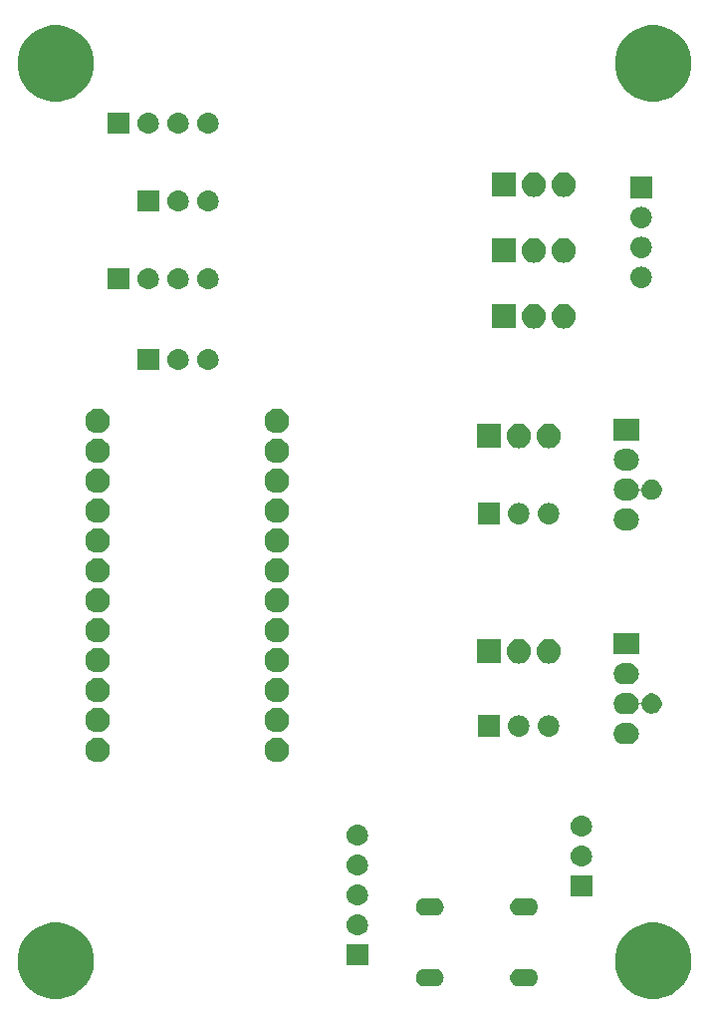
<source format=gbr>
G04 #@! TF.GenerationSoftware,KiCad,Pcbnew,(5.1.2)-2*
G04 #@! TF.CreationDate,2019-08-14T20:47:52-05:00*
G04 #@! TF.ProjectId,CorsairController,436f7273-6169-4724-936f-6e74726f6c6c,rev?*
G04 #@! TF.SameCoordinates,Original*
G04 #@! TF.FileFunction,Soldermask,Top*
G04 #@! TF.FilePolarity,Negative*
%FSLAX46Y46*%
G04 Gerber Fmt 4.6, Leading zero omitted, Abs format (unit mm)*
G04 Created by KiCad (PCBNEW (5.1.2)-2) date 2019-08-14 20:47:52*
%MOMM*%
%LPD*%
G04 APERTURE LIST*
%ADD10C,0.100000*%
G04 APERTURE END LIST*
D10*
G36*
X160400239Y-149465467D02*
G01*
X160714282Y-149527934D01*
X161305926Y-149773001D01*
X161838392Y-150128784D01*
X162291216Y-150581608D01*
X162646999Y-151114074D01*
X162701230Y-151245000D01*
X162892066Y-151705719D01*
X163017000Y-152333803D01*
X163017000Y-152974197D01*
X162954533Y-153288239D01*
X162892066Y-153602282D01*
X162646999Y-154193926D01*
X162371175Y-154606725D01*
X162309512Y-154699011D01*
X162291216Y-154726392D01*
X161838392Y-155179216D01*
X161305926Y-155534999D01*
X160714282Y-155780066D01*
X160400239Y-155842533D01*
X160086197Y-155905000D01*
X159445803Y-155905000D01*
X159131761Y-155842533D01*
X158817718Y-155780066D01*
X158226074Y-155534999D01*
X157693608Y-155179216D01*
X157240784Y-154726392D01*
X157222489Y-154699011D01*
X157160825Y-154606725D01*
X156885001Y-154193926D01*
X156639934Y-153602282D01*
X156577467Y-153288239D01*
X156515000Y-152974197D01*
X156515000Y-152333803D01*
X156639934Y-151705719D01*
X156830770Y-151245000D01*
X156885001Y-151114074D01*
X157240784Y-150581608D01*
X157693608Y-150128784D01*
X158226074Y-149773001D01*
X158817718Y-149527934D01*
X159131761Y-149465467D01*
X159445803Y-149403000D01*
X160086197Y-149403000D01*
X160400239Y-149465467D01*
X160400239Y-149465467D01*
G37*
G36*
X109600239Y-149465467D02*
G01*
X109914282Y-149527934D01*
X110505926Y-149773001D01*
X111038392Y-150128784D01*
X111491216Y-150581608D01*
X111846999Y-151114074D01*
X111901230Y-151245000D01*
X112092066Y-151705719D01*
X112217000Y-152333803D01*
X112217000Y-152974197D01*
X112154533Y-153288239D01*
X112092066Y-153602282D01*
X111846999Y-154193926D01*
X111571175Y-154606725D01*
X111509512Y-154699011D01*
X111491216Y-154726392D01*
X111038392Y-155179216D01*
X110505926Y-155534999D01*
X109914282Y-155780066D01*
X109600239Y-155842533D01*
X109286197Y-155905000D01*
X108645803Y-155905000D01*
X108331761Y-155842533D01*
X108017718Y-155780066D01*
X107426074Y-155534999D01*
X106893608Y-155179216D01*
X106440784Y-154726392D01*
X106422489Y-154699011D01*
X106360825Y-154606725D01*
X106085001Y-154193926D01*
X105839934Y-153602282D01*
X105777467Y-153288239D01*
X105715000Y-152974197D01*
X105715000Y-152333803D01*
X105839934Y-151705719D01*
X106030770Y-151245000D01*
X106085001Y-151114074D01*
X106440784Y-150581608D01*
X106893608Y-150128784D01*
X107426074Y-149773001D01*
X108017718Y-149527934D01*
X108331761Y-149465467D01*
X108645803Y-149403000D01*
X109286197Y-149403000D01*
X109600239Y-149465467D01*
X109600239Y-149465467D01*
G37*
G36*
X141362269Y-153354185D02*
G01*
X141501482Y-153396415D01*
X141629773Y-153464988D01*
X141742225Y-153557275D01*
X141834512Y-153669727D01*
X141903085Y-153798018D01*
X141945315Y-153937231D01*
X141959573Y-154082000D01*
X141945315Y-154226769D01*
X141903085Y-154365982D01*
X141834512Y-154494273D01*
X141742225Y-154606725D01*
X141629773Y-154699012D01*
X141501482Y-154767585D01*
X141362269Y-154809815D01*
X141253780Y-154820500D01*
X140306220Y-154820500D01*
X140197731Y-154809815D01*
X140058518Y-154767585D01*
X139930227Y-154699012D01*
X139817775Y-154606725D01*
X139725488Y-154494273D01*
X139656915Y-154365982D01*
X139614685Y-154226769D01*
X139600427Y-154082000D01*
X139614685Y-153937231D01*
X139656915Y-153798018D01*
X139725488Y-153669727D01*
X139817775Y-153557275D01*
X139930227Y-153464988D01*
X140058518Y-153396415D01*
X140197731Y-153354185D01*
X140306220Y-153343500D01*
X141253780Y-153343500D01*
X141362269Y-153354185D01*
X141362269Y-153354185D01*
G37*
G36*
X149362269Y-153354185D02*
G01*
X149501482Y-153396415D01*
X149629773Y-153464988D01*
X149742225Y-153557275D01*
X149834512Y-153669727D01*
X149903085Y-153798018D01*
X149945315Y-153937231D01*
X149959573Y-154082000D01*
X149945315Y-154226769D01*
X149903085Y-154365982D01*
X149834512Y-154494273D01*
X149742225Y-154606725D01*
X149629773Y-154699012D01*
X149501482Y-154767585D01*
X149362269Y-154809815D01*
X149253780Y-154820500D01*
X148306220Y-154820500D01*
X148197731Y-154809815D01*
X148058518Y-154767585D01*
X147930227Y-154699012D01*
X147817775Y-154606725D01*
X147725488Y-154494273D01*
X147656915Y-154365982D01*
X147614685Y-154226769D01*
X147600427Y-154082000D01*
X147614685Y-153937231D01*
X147656915Y-153798018D01*
X147725488Y-153669727D01*
X147817775Y-153557275D01*
X147930227Y-153464988D01*
X148058518Y-153396415D01*
X148197731Y-153354185D01*
X148306220Y-153343500D01*
X149253780Y-153343500D01*
X149362269Y-153354185D01*
X149362269Y-153354185D01*
G37*
G36*
X135521000Y-153047000D02*
G01*
X133719000Y-153047000D01*
X133719000Y-151245000D01*
X135521000Y-151245000D01*
X135521000Y-153047000D01*
X135521000Y-153047000D01*
G37*
G36*
X134730442Y-148711518D02*
G01*
X134796627Y-148718037D01*
X134966466Y-148769557D01*
X135122991Y-148853222D01*
X135158729Y-148882552D01*
X135260186Y-148965814D01*
X135343448Y-149067271D01*
X135372778Y-149103009D01*
X135456443Y-149259534D01*
X135507963Y-149429373D01*
X135525359Y-149606000D01*
X135507963Y-149782627D01*
X135456443Y-149952466D01*
X135372778Y-150108991D01*
X135356535Y-150128783D01*
X135260186Y-150246186D01*
X135158729Y-150329448D01*
X135122991Y-150358778D01*
X134966466Y-150442443D01*
X134796627Y-150493963D01*
X134730442Y-150500482D01*
X134664260Y-150507000D01*
X134575740Y-150507000D01*
X134509558Y-150500482D01*
X134443373Y-150493963D01*
X134273534Y-150442443D01*
X134117009Y-150358778D01*
X134081271Y-150329448D01*
X133979814Y-150246186D01*
X133883465Y-150128783D01*
X133867222Y-150108991D01*
X133783557Y-149952466D01*
X133732037Y-149782627D01*
X133714641Y-149606000D01*
X133732037Y-149429373D01*
X133783557Y-149259534D01*
X133867222Y-149103009D01*
X133896552Y-149067271D01*
X133979814Y-148965814D01*
X134081271Y-148882552D01*
X134117009Y-148853222D01*
X134273534Y-148769557D01*
X134443373Y-148718037D01*
X134509558Y-148711518D01*
X134575740Y-148705000D01*
X134664260Y-148705000D01*
X134730442Y-148711518D01*
X134730442Y-148711518D01*
G37*
G36*
X149362269Y-147354185D02*
G01*
X149501482Y-147396415D01*
X149629773Y-147464988D01*
X149742225Y-147557275D01*
X149834512Y-147669727D01*
X149903085Y-147798018D01*
X149945315Y-147937231D01*
X149959573Y-148082000D01*
X149945315Y-148226769D01*
X149903085Y-148365982D01*
X149834512Y-148494273D01*
X149742225Y-148606725D01*
X149629773Y-148699012D01*
X149501482Y-148767585D01*
X149362269Y-148809815D01*
X149253780Y-148820500D01*
X148306220Y-148820500D01*
X148197731Y-148809815D01*
X148058518Y-148767585D01*
X147930227Y-148699012D01*
X147817775Y-148606725D01*
X147725488Y-148494273D01*
X147656915Y-148365982D01*
X147614685Y-148226769D01*
X147600427Y-148082000D01*
X147614685Y-147937231D01*
X147656915Y-147798018D01*
X147725488Y-147669727D01*
X147817775Y-147557275D01*
X147930227Y-147464988D01*
X148058518Y-147396415D01*
X148197731Y-147354185D01*
X148306220Y-147343500D01*
X149253780Y-147343500D01*
X149362269Y-147354185D01*
X149362269Y-147354185D01*
G37*
G36*
X141362269Y-147354185D02*
G01*
X141501482Y-147396415D01*
X141629773Y-147464988D01*
X141742225Y-147557275D01*
X141834512Y-147669727D01*
X141903085Y-147798018D01*
X141945315Y-147937231D01*
X141959573Y-148082000D01*
X141945315Y-148226769D01*
X141903085Y-148365982D01*
X141834512Y-148494273D01*
X141742225Y-148606725D01*
X141629773Y-148699012D01*
X141501482Y-148767585D01*
X141362269Y-148809815D01*
X141253780Y-148820500D01*
X140306220Y-148820500D01*
X140197731Y-148809815D01*
X140058518Y-148767585D01*
X139930227Y-148699012D01*
X139817775Y-148606725D01*
X139725488Y-148494273D01*
X139656915Y-148365982D01*
X139614685Y-148226769D01*
X139600427Y-148082000D01*
X139614685Y-147937231D01*
X139656915Y-147798018D01*
X139725488Y-147669727D01*
X139817775Y-147557275D01*
X139930227Y-147464988D01*
X140058518Y-147396415D01*
X140197731Y-147354185D01*
X140306220Y-147343500D01*
X141253780Y-147343500D01*
X141362269Y-147354185D01*
X141362269Y-147354185D01*
G37*
G36*
X134730443Y-146171519D02*
G01*
X134796627Y-146178037D01*
X134966466Y-146229557D01*
X135122991Y-146313222D01*
X135158729Y-146342552D01*
X135260186Y-146425814D01*
X135343448Y-146527271D01*
X135372778Y-146563009D01*
X135456443Y-146719534D01*
X135507963Y-146889373D01*
X135525359Y-147066000D01*
X135507963Y-147242627D01*
X135456443Y-147412466D01*
X135372778Y-147568991D01*
X135343448Y-147604729D01*
X135260186Y-147706186D01*
X135158729Y-147789448D01*
X135122991Y-147818778D01*
X134966466Y-147902443D01*
X134796627Y-147953963D01*
X134730443Y-147960481D01*
X134664260Y-147967000D01*
X134575740Y-147967000D01*
X134509557Y-147960481D01*
X134443373Y-147953963D01*
X134273534Y-147902443D01*
X134117009Y-147818778D01*
X134081271Y-147789448D01*
X133979814Y-147706186D01*
X133896552Y-147604729D01*
X133867222Y-147568991D01*
X133783557Y-147412466D01*
X133732037Y-147242627D01*
X133714641Y-147066000D01*
X133732037Y-146889373D01*
X133783557Y-146719534D01*
X133867222Y-146563009D01*
X133896552Y-146527271D01*
X133979814Y-146425814D01*
X134081271Y-146342552D01*
X134117009Y-146313222D01*
X134273534Y-146229557D01*
X134443373Y-146178037D01*
X134509557Y-146171519D01*
X134575740Y-146165000D01*
X134664260Y-146165000D01*
X134730443Y-146171519D01*
X134730443Y-146171519D01*
G37*
G36*
X154571000Y-147205000D02*
G01*
X152769000Y-147205000D01*
X152769000Y-145403000D01*
X154571000Y-145403000D01*
X154571000Y-147205000D01*
X154571000Y-147205000D01*
G37*
G36*
X134730442Y-143631518D02*
G01*
X134796627Y-143638037D01*
X134966466Y-143689557D01*
X135122991Y-143773222D01*
X135158729Y-143802552D01*
X135260186Y-143885814D01*
X135343448Y-143987271D01*
X135372778Y-144023009D01*
X135456443Y-144179534D01*
X135507963Y-144349373D01*
X135525359Y-144526000D01*
X135507963Y-144702627D01*
X135456443Y-144872466D01*
X135372778Y-145028991D01*
X135343448Y-145064729D01*
X135260186Y-145166186D01*
X135158729Y-145249448D01*
X135122991Y-145278778D01*
X134966466Y-145362443D01*
X134796627Y-145413963D01*
X134730443Y-145420481D01*
X134664260Y-145427000D01*
X134575740Y-145427000D01*
X134509557Y-145420481D01*
X134443373Y-145413963D01*
X134273534Y-145362443D01*
X134117009Y-145278778D01*
X134081271Y-145249448D01*
X133979814Y-145166186D01*
X133896552Y-145064729D01*
X133867222Y-145028991D01*
X133783557Y-144872466D01*
X133732037Y-144702627D01*
X133714641Y-144526000D01*
X133732037Y-144349373D01*
X133783557Y-144179534D01*
X133867222Y-144023009D01*
X133896552Y-143987271D01*
X133979814Y-143885814D01*
X134081271Y-143802552D01*
X134117009Y-143773222D01*
X134273534Y-143689557D01*
X134443373Y-143638037D01*
X134509558Y-143631518D01*
X134575740Y-143625000D01*
X134664260Y-143625000D01*
X134730442Y-143631518D01*
X134730442Y-143631518D01*
G37*
G36*
X153780443Y-142869519D02*
G01*
X153846627Y-142876037D01*
X154016466Y-142927557D01*
X154172991Y-143011222D01*
X154208729Y-143040552D01*
X154310186Y-143123814D01*
X154393448Y-143225271D01*
X154422778Y-143261009D01*
X154506443Y-143417534D01*
X154557963Y-143587373D01*
X154575359Y-143764000D01*
X154557963Y-143940627D01*
X154506443Y-144110466D01*
X154422778Y-144266991D01*
X154393448Y-144302729D01*
X154310186Y-144404186D01*
X154208729Y-144487448D01*
X154172991Y-144516778D01*
X154016466Y-144600443D01*
X153846627Y-144651963D01*
X153780442Y-144658482D01*
X153714260Y-144665000D01*
X153625740Y-144665000D01*
X153559558Y-144658482D01*
X153493373Y-144651963D01*
X153323534Y-144600443D01*
X153167009Y-144516778D01*
X153131271Y-144487448D01*
X153029814Y-144404186D01*
X152946552Y-144302729D01*
X152917222Y-144266991D01*
X152833557Y-144110466D01*
X152782037Y-143940627D01*
X152764641Y-143764000D01*
X152782037Y-143587373D01*
X152833557Y-143417534D01*
X152917222Y-143261009D01*
X152946552Y-143225271D01*
X153029814Y-143123814D01*
X153131271Y-143040552D01*
X153167009Y-143011222D01*
X153323534Y-142927557D01*
X153493373Y-142876037D01*
X153559557Y-142869519D01*
X153625740Y-142863000D01*
X153714260Y-142863000D01*
X153780443Y-142869519D01*
X153780443Y-142869519D01*
G37*
G36*
X134730442Y-141091518D02*
G01*
X134796627Y-141098037D01*
X134966466Y-141149557D01*
X135122991Y-141233222D01*
X135158729Y-141262552D01*
X135260186Y-141345814D01*
X135343448Y-141447271D01*
X135372778Y-141483009D01*
X135456443Y-141639534D01*
X135507963Y-141809373D01*
X135525359Y-141986000D01*
X135507963Y-142162627D01*
X135456443Y-142332466D01*
X135372778Y-142488991D01*
X135343448Y-142524729D01*
X135260186Y-142626186D01*
X135158729Y-142709448D01*
X135122991Y-142738778D01*
X134966466Y-142822443D01*
X134796627Y-142873963D01*
X134730442Y-142880482D01*
X134664260Y-142887000D01*
X134575740Y-142887000D01*
X134509558Y-142880482D01*
X134443373Y-142873963D01*
X134273534Y-142822443D01*
X134117009Y-142738778D01*
X134081271Y-142709448D01*
X133979814Y-142626186D01*
X133896552Y-142524729D01*
X133867222Y-142488991D01*
X133783557Y-142332466D01*
X133732037Y-142162627D01*
X133714641Y-141986000D01*
X133732037Y-141809373D01*
X133783557Y-141639534D01*
X133867222Y-141483009D01*
X133896552Y-141447271D01*
X133979814Y-141345814D01*
X134081271Y-141262552D01*
X134117009Y-141233222D01*
X134273534Y-141149557D01*
X134443373Y-141098037D01*
X134509558Y-141091518D01*
X134575740Y-141085000D01*
X134664260Y-141085000D01*
X134730442Y-141091518D01*
X134730442Y-141091518D01*
G37*
G36*
X153780442Y-140329518D02*
G01*
X153846627Y-140336037D01*
X154016466Y-140387557D01*
X154172991Y-140471222D01*
X154208729Y-140500552D01*
X154310186Y-140583814D01*
X154393448Y-140685271D01*
X154422778Y-140721009D01*
X154506443Y-140877534D01*
X154557963Y-141047373D01*
X154575359Y-141224000D01*
X154557963Y-141400627D01*
X154506443Y-141570466D01*
X154422778Y-141726991D01*
X154393448Y-141762729D01*
X154310186Y-141864186D01*
X154208729Y-141947448D01*
X154172991Y-141976778D01*
X154016466Y-142060443D01*
X153846627Y-142111963D01*
X153780443Y-142118481D01*
X153714260Y-142125000D01*
X153625740Y-142125000D01*
X153559557Y-142118481D01*
X153493373Y-142111963D01*
X153323534Y-142060443D01*
X153167009Y-141976778D01*
X153131271Y-141947448D01*
X153029814Y-141864186D01*
X152946552Y-141762729D01*
X152917222Y-141726991D01*
X152833557Y-141570466D01*
X152782037Y-141400627D01*
X152764641Y-141224000D01*
X152782037Y-141047373D01*
X152833557Y-140877534D01*
X152917222Y-140721009D01*
X152946552Y-140685271D01*
X153029814Y-140583814D01*
X153131271Y-140500552D01*
X153167009Y-140471222D01*
X153323534Y-140387557D01*
X153493373Y-140336037D01*
X153559558Y-140329518D01*
X153625740Y-140323000D01*
X153714260Y-140323000D01*
X153780442Y-140329518D01*
X153780442Y-140329518D01*
G37*
G36*
X128065765Y-133745620D02*
G01*
X128255288Y-133824123D01*
X128425854Y-133938092D01*
X128570908Y-134083146D01*
X128684877Y-134253712D01*
X128763380Y-134443235D01*
X128803400Y-134644431D01*
X128803400Y-134849569D01*
X128763380Y-135050765D01*
X128684877Y-135240288D01*
X128570908Y-135410854D01*
X128425854Y-135555908D01*
X128255288Y-135669877D01*
X128255287Y-135669878D01*
X128255286Y-135669878D01*
X128065765Y-135748380D01*
X127864570Y-135788400D01*
X127659430Y-135788400D01*
X127458235Y-135748380D01*
X127268714Y-135669878D01*
X127268713Y-135669878D01*
X127268712Y-135669877D01*
X127098146Y-135555908D01*
X126953092Y-135410854D01*
X126839123Y-135240288D01*
X126760620Y-135050765D01*
X126720600Y-134849569D01*
X126720600Y-134644431D01*
X126760620Y-134443235D01*
X126839123Y-134253712D01*
X126953092Y-134083146D01*
X127098146Y-133938092D01*
X127268712Y-133824123D01*
X127458235Y-133745620D01*
X127659430Y-133705600D01*
X127864570Y-133705600D01*
X128065765Y-133745620D01*
X128065765Y-133745620D01*
G37*
G36*
X112825765Y-133745620D02*
G01*
X113015288Y-133824123D01*
X113185854Y-133938092D01*
X113330908Y-134083146D01*
X113444877Y-134253712D01*
X113523380Y-134443235D01*
X113563400Y-134644431D01*
X113563400Y-134849569D01*
X113523380Y-135050765D01*
X113444877Y-135240288D01*
X113330908Y-135410854D01*
X113185854Y-135555908D01*
X113015288Y-135669877D01*
X113015287Y-135669878D01*
X113015286Y-135669878D01*
X112825765Y-135748380D01*
X112624570Y-135788400D01*
X112419430Y-135788400D01*
X112218235Y-135748380D01*
X112028714Y-135669878D01*
X112028713Y-135669878D01*
X112028712Y-135669877D01*
X111858146Y-135555908D01*
X111713092Y-135410854D01*
X111599123Y-135240288D01*
X111520620Y-135050765D01*
X111480600Y-134849569D01*
X111480600Y-134644431D01*
X111520620Y-134443235D01*
X111599123Y-134253712D01*
X111713092Y-134083146D01*
X111858146Y-133938092D01*
X112028712Y-133824123D01*
X112218235Y-133745620D01*
X112419430Y-133705600D01*
X112624570Y-133705600D01*
X112825765Y-133745620D01*
X112825765Y-133745620D01*
G37*
G36*
X157790343Y-132445361D02*
G01*
X157809568Y-132447254D01*
X157895900Y-132473443D01*
X157982234Y-132499632D01*
X158141365Y-132584689D01*
X158280844Y-132699156D01*
X158395311Y-132838635D01*
X158480368Y-132997766D01*
X158499691Y-133061466D01*
X158520444Y-133129877D01*
X158532746Y-133170433D01*
X158550432Y-133350000D01*
X158534332Y-133513468D01*
X158532746Y-133529568D01*
X158526110Y-133551443D01*
X158480368Y-133702234D01*
X158395311Y-133861365D01*
X158280844Y-134000844D01*
X158141365Y-134115311D01*
X157982234Y-134200368D01*
X157809568Y-134252746D01*
X157799739Y-134253714D01*
X157674998Y-134266000D01*
X157285002Y-134266000D01*
X157160261Y-134253714D01*
X157150432Y-134252746D01*
X156977766Y-134200368D01*
X156818635Y-134115311D01*
X156679156Y-134000844D01*
X156564689Y-133861365D01*
X156479632Y-133702234D01*
X156433890Y-133551443D01*
X156427254Y-133529568D01*
X156425668Y-133513468D01*
X156409568Y-133350000D01*
X156427254Y-133170433D01*
X156439557Y-133129877D01*
X156460309Y-133061466D01*
X156479632Y-132997766D01*
X156564689Y-132838635D01*
X156679156Y-132699156D01*
X156818635Y-132584689D01*
X156977766Y-132499632D01*
X157064100Y-132473443D01*
X157150432Y-132447254D01*
X157169657Y-132445361D01*
X157285002Y-132434000D01*
X157674998Y-132434000D01*
X157790343Y-132445361D01*
X157790343Y-132445361D01*
G37*
G36*
X150986443Y-131820519D02*
G01*
X151052627Y-131827037D01*
X151222466Y-131878557D01*
X151378991Y-131962222D01*
X151414729Y-131991552D01*
X151516186Y-132074814D01*
X151599448Y-132176271D01*
X151628778Y-132212009D01*
X151712443Y-132368534D01*
X151763963Y-132538373D01*
X151781359Y-132715000D01*
X151763963Y-132891627D01*
X151712443Y-133061466D01*
X151628778Y-133217991D01*
X151603822Y-133248400D01*
X151516186Y-133355186D01*
X151414729Y-133438448D01*
X151378991Y-133467778D01*
X151222466Y-133551443D01*
X151052627Y-133602963D01*
X150986443Y-133609481D01*
X150920260Y-133616000D01*
X150831740Y-133616000D01*
X150765557Y-133609481D01*
X150699373Y-133602963D01*
X150529534Y-133551443D01*
X150373009Y-133467778D01*
X150337271Y-133438448D01*
X150235814Y-133355186D01*
X150148178Y-133248400D01*
X150123222Y-133217991D01*
X150039557Y-133061466D01*
X149988037Y-132891627D01*
X149970641Y-132715000D01*
X149988037Y-132538373D01*
X150039557Y-132368534D01*
X150123222Y-132212009D01*
X150152552Y-132176271D01*
X150235814Y-132074814D01*
X150337271Y-131991552D01*
X150373009Y-131962222D01*
X150529534Y-131878557D01*
X150699373Y-131827037D01*
X150765557Y-131820519D01*
X150831740Y-131814000D01*
X150920260Y-131814000D01*
X150986443Y-131820519D01*
X150986443Y-131820519D01*
G37*
G36*
X148446443Y-131820519D02*
G01*
X148512627Y-131827037D01*
X148682466Y-131878557D01*
X148838991Y-131962222D01*
X148874729Y-131991552D01*
X148976186Y-132074814D01*
X149059448Y-132176271D01*
X149088778Y-132212009D01*
X149172443Y-132368534D01*
X149223963Y-132538373D01*
X149241359Y-132715000D01*
X149223963Y-132891627D01*
X149172443Y-133061466D01*
X149088778Y-133217991D01*
X149063822Y-133248400D01*
X148976186Y-133355186D01*
X148874729Y-133438448D01*
X148838991Y-133467778D01*
X148682466Y-133551443D01*
X148512627Y-133602963D01*
X148446443Y-133609481D01*
X148380260Y-133616000D01*
X148291740Y-133616000D01*
X148225557Y-133609481D01*
X148159373Y-133602963D01*
X147989534Y-133551443D01*
X147833009Y-133467778D01*
X147797271Y-133438448D01*
X147695814Y-133355186D01*
X147608178Y-133248400D01*
X147583222Y-133217991D01*
X147499557Y-133061466D01*
X147448037Y-132891627D01*
X147430641Y-132715000D01*
X147448037Y-132538373D01*
X147499557Y-132368534D01*
X147583222Y-132212009D01*
X147612552Y-132176271D01*
X147695814Y-132074814D01*
X147797271Y-131991552D01*
X147833009Y-131962222D01*
X147989534Y-131878557D01*
X148159373Y-131827037D01*
X148225557Y-131820519D01*
X148291740Y-131814000D01*
X148380260Y-131814000D01*
X148446443Y-131820519D01*
X148446443Y-131820519D01*
G37*
G36*
X146697000Y-133616000D02*
G01*
X144895000Y-133616000D01*
X144895000Y-131814000D01*
X146697000Y-131814000D01*
X146697000Y-133616000D01*
X146697000Y-133616000D01*
G37*
G36*
X128065765Y-131205620D02*
G01*
X128255288Y-131284123D01*
X128425854Y-131398092D01*
X128570908Y-131543146D01*
X128684877Y-131713712D01*
X128684878Y-131713714D01*
X128763380Y-131903235D01*
X128803400Y-132104430D01*
X128803400Y-132309570D01*
X128763380Y-132510765D01*
X128685346Y-132699157D01*
X128684877Y-132700288D01*
X128570908Y-132870854D01*
X128425854Y-133015908D01*
X128255288Y-133129877D01*
X128255287Y-133129878D01*
X128255286Y-133129878D01*
X128065765Y-133208380D01*
X127864570Y-133248400D01*
X127659430Y-133248400D01*
X127458235Y-133208380D01*
X127268714Y-133129878D01*
X127268713Y-133129878D01*
X127268712Y-133129877D01*
X127098146Y-133015908D01*
X126953092Y-132870854D01*
X126839123Y-132700288D01*
X126838655Y-132699157D01*
X126760620Y-132510765D01*
X126720600Y-132309570D01*
X126720600Y-132104430D01*
X126760620Y-131903235D01*
X126839122Y-131713714D01*
X126839123Y-131713712D01*
X126953092Y-131543146D01*
X127098146Y-131398092D01*
X127268712Y-131284123D01*
X127458235Y-131205620D01*
X127659430Y-131165600D01*
X127864570Y-131165600D01*
X128065765Y-131205620D01*
X128065765Y-131205620D01*
G37*
G36*
X112825765Y-131205620D02*
G01*
X113015288Y-131284123D01*
X113185854Y-131398092D01*
X113330908Y-131543146D01*
X113444877Y-131713712D01*
X113444878Y-131713714D01*
X113523380Y-131903235D01*
X113563400Y-132104430D01*
X113563400Y-132309570D01*
X113523380Y-132510765D01*
X113445346Y-132699157D01*
X113444877Y-132700288D01*
X113330908Y-132870854D01*
X113185854Y-133015908D01*
X113015288Y-133129877D01*
X113015287Y-133129878D01*
X113015286Y-133129878D01*
X112825765Y-133208380D01*
X112624570Y-133248400D01*
X112419430Y-133248400D01*
X112218235Y-133208380D01*
X112028714Y-133129878D01*
X112028713Y-133129878D01*
X112028712Y-133129877D01*
X111858146Y-133015908D01*
X111713092Y-132870854D01*
X111599123Y-132700288D01*
X111598655Y-132699157D01*
X111520620Y-132510765D01*
X111480600Y-132309570D01*
X111480600Y-132104430D01*
X111520620Y-131903235D01*
X111599122Y-131713714D01*
X111599123Y-131713712D01*
X111713092Y-131543146D01*
X111858146Y-131398092D01*
X112028712Y-131284123D01*
X112218235Y-131205620D01*
X112419430Y-131165600D01*
X112624570Y-131165600D01*
X112825765Y-131205620D01*
X112825765Y-131205620D01*
G37*
G36*
X157790343Y-129905361D02*
G01*
X157809568Y-129907254D01*
X157982234Y-129959632D01*
X158141365Y-130044689D01*
X158280844Y-130159156D01*
X158395311Y-130298635D01*
X158480368Y-130457766D01*
X158506557Y-130544100D01*
X158532746Y-130630432D01*
X158537100Y-130674641D01*
X158541881Y-130698675D01*
X158551258Y-130721313D01*
X158564872Y-130741688D01*
X158582199Y-130759015D01*
X158602573Y-130772628D01*
X158625212Y-130782006D01*
X158649245Y-130786786D01*
X158673749Y-130786786D01*
X158697783Y-130782005D01*
X158720421Y-130772628D01*
X158740796Y-130759014D01*
X158758123Y-130741687D01*
X158771736Y-130721313D01*
X158781114Y-130698674D01*
X158784094Y-130686774D01*
X158809683Y-130558127D01*
X158874775Y-130400981D01*
X158874776Y-130400979D01*
X158969276Y-130259551D01*
X159089551Y-130139276D01*
X159230979Y-130044776D01*
X159231189Y-130044689D01*
X159388126Y-129979683D01*
X159554951Y-129946500D01*
X159725049Y-129946500D01*
X159891874Y-129979683D01*
X160048811Y-130044689D01*
X160049021Y-130044776D01*
X160190449Y-130139276D01*
X160310724Y-130259551D01*
X160405224Y-130400979D01*
X160405225Y-130400981D01*
X160470317Y-130558126D01*
X160503500Y-130724951D01*
X160503500Y-130895049D01*
X160470317Y-131061874D01*
X160428746Y-131162234D01*
X160405224Y-131219021D01*
X160310724Y-131360449D01*
X160190449Y-131480724D01*
X160049021Y-131575224D01*
X160049020Y-131575225D01*
X160049019Y-131575225D01*
X159891874Y-131640317D01*
X159725049Y-131673500D01*
X159554951Y-131673500D01*
X159388126Y-131640317D01*
X159230981Y-131575225D01*
X159230980Y-131575225D01*
X159230979Y-131575224D01*
X159089551Y-131480724D01*
X158969276Y-131360449D01*
X158874776Y-131219021D01*
X158851254Y-131162234D01*
X158809683Y-131061873D01*
X158784094Y-130933226D01*
X158776981Y-130909777D01*
X158765430Y-130888166D01*
X158749885Y-130869224D01*
X158730943Y-130853678D01*
X158709333Y-130842127D01*
X158685884Y-130835014D01*
X158661498Y-130832612D01*
X158637112Y-130835014D01*
X158613663Y-130842127D01*
X158592052Y-130853678D01*
X158573110Y-130869223D01*
X158557564Y-130888165D01*
X158546013Y-130909775D01*
X158538900Y-130933224D01*
X158537100Y-130945356D01*
X158532746Y-130989567D01*
X158480368Y-131162234D01*
X158395311Y-131321365D01*
X158280844Y-131460844D01*
X158141365Y-131575311D01*
X157982234Y-131660368D01*
X157809568Y-131712746D01*
X157799739Y-131713714D01*
X157674998Y-131726000D01*
X157285002Y-131726000D01*
X157160261Y-131713714D01*
X157150432Y-131712746D01*
X156977766Y-131660368D01*
X156818635Y-131575311D01*
X156679156Y-131460844D01*
X156564689Y-131321365D01*
X156479632Y-131162234D01*
X156427254Y-130989567D01*
X156409568Y-130810000D01*
X156427254Y-130630433D01*
X156439557Y-130589877D01*
X156453443Y-130544100D01*
X156479632Y-130457766D01*
X156564689Y-130298635D01*
X156679156Y-130159156D01*
X156818635Y-130044689D01*
X156977766Y-129959632D01*
X157150432Y-129907254D01*
X157169657Y-129905361D01*
X157285002Y-129894000D01*
X157674998Y-129894000D01*
X157790343Y-129905361D01*
X157790343Y-129905361D01*
G37*
G36*
X128065765Y-128665620D02*
G01*
X128255288Y-128744123D01*
X128425854Y-128858092D01*
X128570908Y-129003146D01*
X128684877Y-129173712D01*
X128684878Y-129173714D01*
X128763380Y-129363235D01*
X128803400Y-129564430D01*
X128803400Y-129769570D01*
X128763380Y-129970765D01*
X128685346Y-130159157D01*
X128684877Y-130160288D01*
X128570908Y-130330854D01*
X128425854Y-130475908D01*
X128255288Y-130589877D01*
X128255287Y-130589878D01*
X128255286Y-130589878D01*
X128065765Y-130668380D01*
X127864570Y-130708400D01*
X127659430Y-130708400D01*
X127458235Y-130668380D01*
X127268714Y-130589878D01*
X127268713Y-130589878D01*
X127268712Y-130589877D01*
X127098146Y-130475908D01*
X126953092Y-130330854D01*
X126839123Y-130160288D01*
X126838655Y-130159157D01*
X126760620Y-129970765D01*
X126720600Y-129769570D01*
X126720600Y-129564430D01*
X126760620Y-129363235D01*
X126839122Y-129173714D01*
X126839123Y-129173712D01*
X126953092Y-129003146D01*
X127098146Y-128858092D01*
X127268712Y-128744123D01*
X127458235Y-128665620D01*
X127659430Y-128625600D01*
X127864570Y-128625600D01*
X128065765Y-128665620D01*
X128065765Y-128665620D01*
G37*
G36*
X112825765Y-128665620D02*
G01*
X113015288Y-128744123D01*
X113185854Y-128858092D01*
X113330908Y-129003146D01*
X113444877Y-129173712D01*
X113444878Y-129173714D01*
X113523380Y-129363235D01*
X113563400Y-129564430D01*
X113563400Y-129769570D01*
X113523380Y-129970765D01*
X113445346Y-130159157D01*
X113444877Y-130160288D01*
X113330908Y-130330854D01*
X113185854Y-130475908D01*
X113015288Y-130589877D01*
X113015287Y-130589878D01*
X113015286Y-130589878D01*
X112825765Y-130668380D01*
X112624570Y-130708400D01*
X112419430Y-130708400D01*
X112218235Y-130668380D01*
X112028714Y-130589878D01*
X112028713Y-130589878D01*
X112028712Y-130589877D01*
X111858146Y-130475908D01*
X111713092Y-130330854D01*
X111599123Y-130160288D01*
X111598655Y-130159157D01*
X111520620Y-129970765D01*
X111480600Y-129769570D01*
X111480600Y-129564430D01*
X111520620Y-129363235D01*
X111599122Y-129173714D01*
X111599123Y-129173712D01*
X111713092Y-129003146D01*
X111858146Y-128858092D01*
X112028712Y-128744123D01*
X112218235Y-128665620D01*
X112419430Y-128625600D01*
X112624570Y-128625600D01*
X112825765Y-128665620D01*
X112825765Y-128665620D01*
G37*
G36*
X157790343Y-127365361D02*
G01*
X157809568Y-127367254D01*
X157982234Y-127419632D01*
X158141365Y-127504689D01*
X158280844Y-127619156D01*
X158395311Y-127758635D01*
X158480368Y-127917766D01*
X158506557Y-128004099D01*
X158520444Y-128049877D01*
X158532746Y-128090433D01*
X158550432Y-128270000D01*
X158532746Y-128449567D01*
X158480368Y-128622234D01*
X158395311Y-128781365D01*
X158280844Y-128920844D01*
X158141365Y-129035311D01*
X157982234Y-129120368D01*
X157895900Y-129146557D01*
X157809568Y-129172746D01*
X157799739Y-129173714D01*
X157674998Y-129186000D01*
X157285002Y-129186000D01*
X157160261Y-129173714D01*
X157150432Y-129172746D01*
X157064100Y-129146557D01*
X156977766Y-129120368D01*
X156818635Y-129035311D01*
X156679156Y-128920844D01*
X156564689Y-128781365D01*
X156479632Y-128622234D01*
X156427254Y-128449567D01*
X156409568Y-128270000D01*
X156427254Y-128090433D01*
X156439557Y-128049877D01*
X156453443Y-128004100D01*
X156479632Y-127917766D01*
X156564689Y-127758635D01*
X156679156Y-127619156D01*
X156818635Y-127504689D01*
X156977766Y-127419632D01*
X157150432Y-127367254D01*
X157169657Y-127365361D01*
X157285002Y-127354000D01*
X157674998Y-127354000D01*
X157790343Y-127365361D01*
X157790343Y-127365361D01*
G37*
G36*
X112801443Y-126120782D02*
G01*
X112825765Y-126125620D01*
X113015288Y-126204123D01*
X113185854Y-126318092D01*
X113330908Y-126463146D01*
X113428511Y-126609219D01*
X113444878Y-126633714D01*
X113523380Y-126823235D01*
X113563400Y-127024430D01*
X113563400Y-127229570D01*
X113523380Y-127430765D01*
X113445346Y-127619157D01*
X113444877Y-127620288D01*
X113330908Y-127790854D01*
X113185854Y-127935908D01*
X113015288Y-128049877D01*
X113015287Y-128049878D01*
X113015286Y-128049878D01*
X112825765Y-128128380D01*
X112624570Y-128168400D01*
X112419430Y-128168400D01*
X112218235Y-128128380D01*
X112028714Y-128049878D01*
X112028713Y-128049878D01*
X112028712Y-128049877D01*
X111858146Y-127935908D01*
X111713092Y-127790854D01*
X111599123Y-127620288D01*
X111598655Y-127619157D01*
X111520620Y-127430765D01*
X111480600Y-127229570D01*
X111480600Y-127024430D01*
X111520620Y-126823235D01*
X111599122Y-126633714D01*
X111615489Y-126609219D01*
X111713092Y-126463146D01*
X111858146Y-126318092D01*
X112028712Y-126204123D01*
X112218235Y-126125620D01*
X112242557Y-126120782D01*
X112419430Y-126085600D01*
X112624570Y-126085600D01*
X112801443Y-126120782D01*
X112801443Y-126120782D01*
G37*
G36*
X128041443Y-126120782D02*
G01*
X128065765Y-126125620D01*
X128255288Y-126204123D01*
X128425854Y-126318092D01*
X128570908Y-126463146D01*
X128668511Y-126609219D01*
X128684878Y-126633714D01*
X128763380Y-126823235D01*
X128803400Y-127024430D01*
X128803400Y-127229570D01*
X128763380Y-127430765D01*
X128685346Y-127619157D01*
X128684877Y-127620288D01*
X128570908Y-127790854D01*
X128425854Y-127935908D01*
X128255288Y-128049877D01*
X128255287Y-128049878D01*
X128255286Y-128049878D01*
X128065765Y-128128380D01*
X127864570Y-128168400D01*
X127659430Y-128168400D01*
X127458235Y-128128380D01*
X127268714Y-128049878D01*
X127268713Y-128049878D01*
X127268712Y-128049877D01*
X127098146Y-127935908D01*
X126953092Y-127790854D01*
X126839123Y-127620288D01*
X126838655Y-127619157D01*
X126760620Y-127430765D01*
X126720600Y-127229570D01*
X126720600Y-127024430D01*
X126760620Y-126823235D01*
X126839122Y-126633714D01*
X126855489Y-126609219D01*
X126953092Y-126463146D01*
X127098146Y-126318092D01*
X127268712Y-126204123D01*
X127458235Y-126125620D01*
X127482557Y-126120782D01*
X127659430Y-126085600D01*
X127864570Y-126085600D01*
X128041443Y-126120782D01*
X128041443Y-126120782D01*
G37*
G36*
X151072719Y-125328520D02*
G01*
X151261880Y-125385901D01*
X151261883Y-125385902D01*
X151354333Y-125435318D01*
X151436212Y-125479083D01*
X151589015Y-125604485D01*
X151714417Y-125757288D01*
X151807599Y-125931619D01*
X151864980Y-126120780D01*
X151879500Y-126268206D01*
X151879500Y-126461793D01*
X151864980Y-126609219D01*
X151807599Y-126798380D01*
X151807598Y-126798383D01*
X151794314Y-126823235D01*
X151714417Y-126972712D01*
X151589015Y-127125515D01*
X151436212Y-127250917D01*
X151261881Y-127344099D01*
X151072720Y-127401480D01*
X150876000Y-127420855D01*
X150679281Y-127401480D01*
X150490120Y-127344099D01*
X150315788Y-127250917D01*
X150162985Y-127125515D01*
X150037583Y-126972712D01*
X149944401Y-126798381D01*
X149887020Y-126609220D01*
X149872500Y-126461794D01*
X149872500Y-126268207D01*
X149887020Y-126120781D01*
X149944401Y-125931620D01*
X149944402Y-125931617D01*
X149993818Y-125839167D01*
X150037583Y-125757288D01*
X150162985Y-125604485D01*
X150315788Y-125479083D01*
X150490119Y-125385901D01*
X150679280Y-125328520D01*
X150876000Y-125309145D01*
X151072719Y-125328520D01*
X151072719Y-125328520D01*
G37*
G36*
X148532719Y-125328520D02*
G01*
X148721880Y-125385901D01*
X148721883Y-125385902D01*
X148814333Y-125435318D01*
X148896212Y-125479083D01*
X149049015Y-125604485D01*
X149174417Y-125757288D01*
X149267599Y-125931619D01*
X149324980Y-126120780D01*
X149339500Y-126268206D01*
X149339500Y-126461793D01*
X149324980Y-126609219D01*
X149267599Y-126798380D01*
X149267598Y-126798383D01*
X149254314Y-126823235D01*
X149174417Y-126972712D01*
X149049015Y-127125515D01*
X148896212Y-127250917D01*
X148721881Y-127344099D01*
X148532720Y-127401480D01*
X148336000Y-127420855D01*
X148139281Y-127401480D01*
X147950120Y-127344099D01*
X147775788Y-127250917D01*
X147622985Y-127125515D01*
X147497583Y-126972712D01*
X147404401Y-126798381D01*
X147347020Y-126609220D01*
X147332500Y-126461794D01*
X147332500Y-126268207D01*
X147347020Y-126120781D01*
X147404401Y-125931620D01*
X147404402Y-125931617D01*
X147453818Y-125839167D01*
X147497583Y-125757288D01*
X147622985Y-125604485D01*
X147775788Y-125479083D01*
X147950119Y-125385901D01*
X148139280Y-125328520D01*
X148336000Y-125309145D01*
X148532719Y-125328520D01*
X148532719Y-125328520D01*
G37*
G36*
X146799500Y-127416000D02*
G01*
X144792500Y-127416000D01*
X144792500Y-125314000D01*
X146799500Y-125314000D01*
X146799500Y-127416000D01*
X146799500Y-127416000D01*
G37*
G36*
X158546000Y-126646000D02*
G01*
X156414000Y-126646000D01*
X156414000Y-124814000D01*
X158546000Y-124814000D01*
X158546000Y-126646000D01*
X158546000Y-126646000D01*
G37*
G36*
X128065765Y-123585620D02*
G01*
X128255288Y-123664123D01*
X128425854Y-123778092D01*
X128570908Y-123923146D01*
X128684877Y-124093712D01*
X128763380Y-124283235D01*
X128803400Y-124484431D01*
X128803400Y-124689569D01*
X128763380Y-124890765D01*
X128684877Y-125080288D01*
X128570908Y-125250854D01*
X128425854Y-125395908D01*
X128255288Y-125509877D01*
X128255287Y-125509878D01*
X128255286Y-125509878D01*
X128065765Y-125588380D01*
X127864570Y-125628400D01*
X127659430Y-125628400D01*
X127458235Y-125588380D01*
X127268714Y-125509878D01*
X127268713Y-125509878D01*
X127268712Y-125509877D01*
X127098146Y-125395908D01*
X126953092Y-125250854D01*
X126839123Y-125080288D01*
X126760620Y-124890765D01*
X126720600Y-124689569D01*
X126720600Y-124484431D01*
X126760620Y-124283235D01*
X126839123Y-124093712D01*
X126953092Y-123923146D01*
X127098146Y-123778092D01*
X127268712Y-123664123D01*
X127458235Y-123585620D01*
X127659430Y-123545600D01*
X127864570Y-123545600D01*
X128065765Y-123585620D01*
X128065765Y-123585620D01*
G37*
G36*
X112825765Y-123585620D02*
G01*
X113015288Y-123664123D01*
X113185854Y-123778092D01*
X113330908Y-123923146D01*
X113444877Y-124093712D01*
X113523380Y-124283235D01*
X113563400Y-124484431D01*
X113563400Y-124689569D01*
X113523380Y-124890765D01*
X113444877Y-125080288D01*
X113330908Y-125250854D01*
X113185854Y-125395908D01*
X113015288Y-125509877D01*
X113015287Y-125509878D01*
X113015286Y-125509878D01*
X112825765Y-125588380D01*
X112624570Y-125628400D01*
X112419430Y-125628400D01*
X112218235Y-125588380D01*
X112028714Y-125509878D01*
X112028713Y-125509878D01*
X112028712Y-125509877D01*
X111858146Y-125395908D01*
X111713092Y-125250854D01*
X111599123Y-125080288D01*
X111520620Y-124890765D01*
X111480600Y-124689569D01*
X111480600Y-124484431D01*
X111520620Y-124283235D01*
X111599123Y-124093712D01*
X111713092Y-123923146D01*
X111858146Y-123778092D01*
X112028712Y-123664123D01*
X112218235Y-123585620D01*
X112419430Y-123545600D01*
X112624570Y-123545600D01*
X112825765Y-123585620D01*
X112825765Y-123585620D01*
G37*
G36*
X112825765Y-121045620D02*
G01*
X113015288Y-121124123D01*
X113185854Y-121238092D01*
X113330908Y-121383146D01*
X113444877Y-121553712D01*
X113523380Y-121743235D01*
X113563400Y-121944431D01*
X113563400Y-122149569D01*
X113523380Y-122350765D01*
X113444877Y-122540288D01*
X113330908Y-122710854D01*
X113185854Y-122855908D01*
X113015288Y-122969877D01*
X113015287Y-122969878D01*
X113015286Y-122969878D01*
X112825765Y-123048380D01*
X112624570Y-123088400D01*
X112419430Y-123088400D01*
X112218235Y-123048380D01*
X112028714Y-122969878D01*
X112028713Y-122969878D01*
X112028712Y-122969877D01*
X111858146Y-122855908D01*
X111713092Y-122710854D01*
X111599123Y-122540288D01*
X111520620Y-122350765D01*
X111480600Y-122149569D01*
X111480600Y-121944431D01*
X111520620Y-121743235D01*
X111599123Y-121553712D01*
X111713092Y-121383146D01*
X111858146Y-121238092D01*
X112028712Y-121124123D01*
X112218235Y-121045620D01*
X112419430Y-121005600D01*
X112624570Y-121005600D01*
X112825765Y-121045620D01*
X112825765Y-121045620D01*
G37*
G36*
X128065765Y-121045620D02*
G01*
X128255288Y-121124123D01*
X128425854Y-121238092D01*
X128570908Y-121383146D01*
X128684877Y-121553712D01*
X128763380Y-121743235D01*
X128803400Y-121944431D01*
X128803400Y-122149569D01*
X128763380Y-122350765D01*
X128684877Y-122540288D01*
X128570908Y-122710854D01*
X128425854Y-122855908D01*
X128255288Y-122969877D01*
X128255287Y-122969878D01*
X128255286Y-122969878D01*
X128065765Y-123048380D01*
X127864570Y-123088400D01*
X127659430Y-123088400D01*
X127458235Y-123048380D01*
X127268714Y-122969878D01*
X127268713Y-122969878D01*
X127268712Y-122969877D01*
X127098146Y-122855908D01*
X126953092Y-122710854D01*
X126839123Y-122540288D01*
X126760620Y-122350765D01*
X126720600Y-122149569D01*
X126720600Y-121944431D01*
X126760620Y-121743235D01*
X126839123Y-121553712D01*
X126953092Y-121383146D01*
X127098146Y-121238092D01*
X127268712Y-121124123D01*
X127458235Y-121045620D01*
X127659430Y-121005600D01*
X127864570Y-121005600D01*
X128065765Y-121045620D01*
X128065765Y-121045620D01*
G37*
G36*
X128065765Y-118505620D02*
G01*
X128255288Y-118584123D01*
X128425854Y-118698092D01*
X128570908Y-118843146D01*
X128684877Y-119013712D01*
X128763380Y-119203235D01*
X128803400Y-119404431D01*
X128803400Y-119609569D01*
X128763380Y-119810765D01*
X128684877Y-120000288D01*
X128570908Y-120170854D01*
X128425854Y-120315908D01*
X128255288Y-120429877D01*
X128255287Y-120429878D01*
X128255286Y-120429878D01*
X128065765Y-120508380D01*
X127864570Y-120548400D01*
X127659430Y-120548400D01*
X127458235Y-120508380D01*
X127268714Y-120429878D01*
X127268713Y-120429878D01*
X127268712Y-120429877D01*
X127098146Y-120315908D01*
X126953092Y-120170854D01*
X126839123Y-120000288D01*
X126760620Y-119810765D01*
X126720600Y-119609569D01*
X126720600Y-119404431D01*
X126760620Y-119203235D01*
X126839123Y-119013712D01*
X126953092Y-118843146D01*
X127098146Y-118698092D01*
X127268712Y-118584123D01*
X127458235Y-118505620D01*
X127659430Y-118465600D01*
X127864570Y-118465600D01*
X128065765Y-118505620D01*
X128065765Y-118505620D01*
G37*
G36*
X112825765Y-118505620D02*
G01*
X113015288Y-118584123D01*
X113185854Y-118698092D01*
X113330908Y-118843146D01*
X113444877Y-119013712D01*
X113523380Y-119203235D01*
X113563400Y-119404431D01*
X113563400Y-119609569D01*
X113523380Y-119810765D01*
X113444877Y-120000288D01*
X113330908Y-120170854D01*
X113185854Y-120315908D01*
X113015288Y-120429877D01*
X113015287Y-120429878D01*
X113015286Y-120429878D01*
X112825765Y-120508380D01*
X112624570Y-120548400D01*
X112419430Y-120548400D01*
X112218235Y-120508380D01*
X112028714Y-120429878D01*
X112028713Y-120429878D01*
X112028712Y-120429877D01*
X111858146Y-120315908D01*
X111713092Y-120170854D01*
X111599123Y-120000288D01*
X111520620Y-119810765D01*
X111480600Y-119609569D01*
X111480600Y-119404431D01*
X111520620Y-119203235D01*
X111599123Y-119013712D01*
X111713092Y-118843146D01*
X111858146Y-118698092D01*
X112028712Y-118584123D01*
X112218235Y-118505620D01*
X112419430Y-118465600D01*
X112624570Y-118465600D01*
X112825765Y-118505620D01*
X112825765Y-118505620D01*
G37*
G36*
X128065765Y-115965620D02*
G01*
X128243809Y-116039368D01*
X128255288Y-116044123D01*
X128425854Y-116158092D01*
X128570908Y-116303146D01*
X128684877Y-116473712D01*
X128763380Y-116663235D01*
X128803400Y-116864431D01*
X128803400Y-117069569D01*
X128763380Y-117270765D01*
X128684877Y-117460288D01*
X128570908Y-117630854D01*
X128425854Y-117775908D01*
X128255288Y-117889877D01*
X128255287Y-117889878D01*
X128255286Y-117889878D01*
X128065765Y-117968380D01*
X127864570Y-118008400D01*
X127659430Y-118008400D01*
X127458235Y-117968380D01*
X127268714Y-117889878D01*
X127268713Y-117889878D01*
X127268712Y-117889877D01*
X127098146Y-117775908D01*
X126953092Y-117630854D01*
X126839123Y-117460288D01*
X126760620Y-117270765D01*
X126720600Y-117069569D01*
X126720600Y-116864431D01*
X126760620Y-116663235D01*
X126839123Y-116473712D01*
X126953092Y-116303146D01*
X127098146Y-116158092D01*
X127268712Y-116044123D01*
X127280192Y-116039368D01*
X127458235Y-115965620D01*
X127659430Y-115925600D01*
X127864570Y-115925600D01*
X128065765Y-115965620D01*
X128065765Y-115965620D01*
G37*
G36*
X112825765Y-115965620D02*
G01*
X113003809Y-116039368D01*
X113015288Y-116044123D01*
X113185854Y-116158092D01*
X113330908Y-116303146D01*
X113444877Y-116473712D01*
X113523380Y-116663235D01*
X113563400Y-116864431D01*
X113563400Y-117069569D01*
X113523380Y-117270765D01*
X113444877Y-117460288D01*
X113330908Y-117630854D01*
X113185854Y-117775908D01*
X113015288Y-117889877D01*
X113015287Y-117889878D01*
X113015286Y-117889878D01*
X112825765Y-117968380D01*
X112624570Y-118008400D01*
X112419430Y-118008400D01*
X112218235Y-117968380D01*
X112028714Y-117889878D01*
X112028713Y-117889878D01*
X112028712Y-117889877D01*
X111858146Y-117775908D01*
X111713092Y-117630854D01*
X111599123Y-117460288D01*
X111520620Y-117270765D01*
X111480600Y-117069569D01*
X111480600Y-116864431D01*
X111520620Y-116663235D01*
X111599123Y-116473712D01*
X111713092Y-116303146D01*
X111858146Y-116158092D01*
X112028712Y-116044123D01*
X112040192Y-116039368D01*
X112218235Y-115965620D01*
X112419430Y-115925600D01*
X112624570Y-115925600D01*
X112825765Y-115965620D01*
X112825765Y-115965620D01*
G37*
G36*
X157790343Y-114284361D02*
G01*
X157809568Y-114286254D01*
X157982234Y-114338632D01*
X158141365Y-114423689D01*
X158280844Y-114538156D01*
X158395311Y-114677635D01*
X158480368Y-114836766D01*
X158532746Y-115009433D01*
X158550432Y-115189000D01*
X158534587Y-115349877D01*
X158532746Y-115368568D01*
X158512964Y-115433779D01*
X158480368Y-115541234D01*
X158395311Y-115700365D01*
X158280844Y-115839844D01*
X158141365Y-115954311D01*
X157982234Y-116039368D01*
X157809568Y-116091746D01*
X157790343Y-116093639D01*
X157674998Y-116105000D01*
X157285002Y-116105000D01*
X157169657Y-116093639D01*
X157150432Y-116091746D01*
X156977766Y-116039368D01*
X156818635Y-115954311D01*
X156679156Y-115839844D01*
X156564689Y-115700365D01*
X156479632Y-115541234D01*
X156447036Y-115433779D01*
X156427254Y-115368568D01*
X156425413Y-115349877D01*
X156409568Y-115189000D01*
X156427254Y-115009433D01*
X156479632Y-114836766D01*
X156564689Y-114677635D01*
X156679156Y-114538156D01*
X156818635Y-114423689D01*
X156977766Y-114338632D01*
X157150432Y-114286254D01*
X157169657Y-114284361D01*
X157285002Y-114273000D01*
X157674998Y-114273000D01*
X157790343Y-114284361D01*
X157790343Y-114284361D01*
G37*
G36*
X146697000Y-115582000D02*
G01*
X144895000Y-115582000D01*
X144895000Y-113780000D01*
X146697000Y-113780000D01*
X146697000Y-115582000D01*
X146697000Y-115582000D01*
G37*
G36*
X150986443Y-113786519D02*
G01*
X151052627Y-113793037D01*
X151222466Y-113844557D01*
X151378991Y-113928222D01*
X151414729Y-113957552D01*
X151516186Y-114040814D01*
X151583826Y-114123235D01*
X151628778Y-114178009D01*
X151712443Y-114334534D01*
X151763963Y-114504373D01*
X151781359Y-114681000D01*
X151763963Y-114857627D01*
X151712443Y-115027466D01*
X151628778Y-115183991D01*
X151624667Y-115189000D01*
X151516186Y-115321186D01*
X151414729Y-115404448D01*
X151378991Y-115433778D01*
X151222466Y-115517443D01*
X151052627Y-115568963D01*
X150986443Y-115575481D01*
X150920260Y-115582000D01*
X150831740Y-115582000D01*
X150765557Y-115575481D01*
X150699373Y-115568963D01*
X150529534Y-115517443D01*
X150373009Y-115433778D01*
X150337271Y-115404448D01*
X150235814Y-115321186D01*
X150127333Y-115189000D01*
X150123222Y-115183991D01*
X150039557Y-115027466D01*
X149988037Y-114857627D01*
X149970641Y-114681000D01*
X149988037Y-114504373D01*
X150039557Y-114334534D01*
X150123222Y-114178009D01*
X150168174Y-114123235D01*
X150235814Y-114040814D01*
X150337271Y-113957552D01*
X150373009Y-113928222D01*
X150529534Y-113844557D01*
X150699373Y-113793037D01*
X150765557Y-113786519D01*
X150831740Y-113780000D01*
X150920260Y-113780000D01*
X150986443Y-113786519D01*
X150986443Y-113786519D01*
G37*
G36*
X148446443Y-113786519D02*
G01*
X148512627Y-113793037D01*
X148682466Y-113844557D01*
X148838991Y-113928222D01*
X148874729Y-113957552D01*
X148976186Y-114040814D01*
X149043826Y-114123235D01*
X149088778Y-114178009D01*
X149172443Y-114334534D01*
X149223963Y-114504373D01*
X149241359Y-114681000D01*
X149223963Y-114857627D01*
X149172443Y-115027466D01*
X149088778Y-115183991D01*
X149084667Y-115189000D01*
X148976186Y-115321186D01*
X148874729Y-115404448D01*
X148838991Y-115433778D01*
X148682466Y-115517443D01*
X148512627Y-115568963D01*
X148446443Y-115575481D01*
X148380260Y-115582000D01*
X148291740Y-115582000D01*
X148225557Y-115575481D01*
X148159373Y-115568963D01*
X147989534Y-115517443D01*
X147833009Y-115433778D01*
X147797271Y-115404448D01*
X147695814Y-115321186D01*
X147587333Y-115189000D01*
X147583222Y-115183991D01*
X147499557Y-115027466D01*
X147448037Y-114857627D01*
X147430641Y-114681000D01*
X147448037Y-114504373D01*
X147499557Y-114334534D01*
X147583222Y-114178009D01*
X147628174Y-114123235D01*
X147695814Y-114040814D01*
X147797271Y-113957552D01*
X147833009Y-113928222D01*
X147989534Y-113844557D01*
X148159373Y-113793037D01*
X148225557Y-113786519D01*
X148291740Y-113780000D01*
X148380260Y-113780000D01*
X148446443Y-113786519D01*
X148446443Y-113786519D01*
G37*
G36*
X128065765Y-113425620D02*
G01*
X128243809Y-113499368D01*
X128255288Y-113504123D01*
X128425854Y-113618092D01*
X128570908Y-113763146D01*
X128684877Y-113933712D01*
X128763380Y-114123235D01*
X128803400Y-114324431D01*
X128803400Y-114529569D01*
X128763380Y-114730765D01*
X128684877Y-114920288D01*
X128570908Y-115090854D01*
X128425854Y-115235908D01*
X128255288Y-115349877D01*
X128255287Y-115349878D01*
X128255286Y-115349878D01*
X128065765Y-115428380D01*
X127864570Y-115468400D01*
X127659430Y-115468400D01*
X127458235Y-115428380D01*
X127268714Y-115349878D01*
X127268713Y-115349878D01*
X127268712Y-115349877D01*
X127098146Y-115235908D01*
X126953092Y-115090854D01*
X126839123Y-114920288D01*
X126760620Y-114730765D01*
X126720600Y-114529569D01*
X126720600Y-114324431D01*
X126760620Y-114123235D01*
X126839123Y-113933712D01*
X126953092Y-113763146D01*
X127098146Y-113618092D01*
X127268712Y-113504123D01*
X127280192Y-113499368D01*
X127458235Y-113425620D01*
X127659430Y-113385600D01*
X127864570Y-113385600D01*
X128065765Y-113425620D01*
X128065765Y-113425620D01*
G37*
G36*
X112825765Y-113425620D02*
G01*
X113003809Y-113499368D01*
X113015288Y-113504123D01*
X113185854Y-113618092D01*
X113330908Y-113763146D01*
X113444877Y-113933712D01*
X113523380Y-114123235D01*
X113563400Y-114324431D01*
X113563400Y-114529569D01*
X113523380Y-114730765D01*
X113444877Y-114920288D01*
X113330908Y-115090854D01*
X113185854Y-115235908D01*
X113015288Y-115349877D01*
X113015287Y-115349878D01*
X113015286Y-115349878D01*
X112825765Y-115428380D01*
X112624570Y-115468400D01*
X112419430Y-115468400D01*
X112218235Y-115428380D01*
X112028714Y-115349878D01*
X112028713Y-115349878D01*
X112028712Y-115349877D01*
X111858146Y-115235908D01*
X111713092Y-115090854D01*
X111599123Y-114920288D01*
X111520620Y-114730765D01*
X111480600Y-114529569D01*
X111480600Y-114324431D01*
X111520620Y-114123235D01*
X111599123Y-113933712D01*
X111713092Y-113763146D01*
X111858146Y-113618092D01*
X112028712Y-113504123D01*
X112040192Y-113499368D01*
X112218235Y-113425620D01*
X112419430Y-113385600D01*
X112624570Y-113385600D01*
X112825765Y-113425620D01*
X112825765Y-113425620D01*
G37*
G36*
X157790343Y-111744361D02*
G01*
X157809568Y-111746254D01*
X157982234Y-111798632D01*
X158141365Y-111883689D01*
X158280844Y-111998156D01*
X158395311Y-112137635D01*
X158480368Y-112296766D01*
X158480368Y-112296767D01*
X158532746Y-112469432D01*
X158537100Y-112513641D01*
X158541881Y-112537675D01*
X158551258Y-112560313D01*
X158564872Y-112580688D01*
X158582199Y-112598015D01*
X158602573Y-112611628D01*
X158625212Y-112621006D01*
X158649245Y-112625786D01*
X158673749Y-112625786D01*
X158697783Y-112621005D01*
X158720421Y-112611628D01*
X158740796Y-112598014D01*
X158758123Y-112580687D01*
X158771736Y-112560313D01*
X158781114Y-112537674D01*
X158784094Y-112525774D01*
X158809683Y-112397127D01*
X158874775Y-112239981D01*
X158907660Y-112190765D01*
X158969276Y-112098551D01*
X159089551Y-111978276D01*
X159230979Y-111883776D01*
X159231189Y-111883689D01*
X159388126Y-111818683D01*
X159554951Y-111785500D01*
X159725049Y-111785500D01*
X159891874Y-111818683D01*
X160048811Y-111883689D01*
X160049021Y-111883776D01*
X160190449Y-111978276D01*
X160310724Y-112098551D01*
X160372340Y-112190765D01*
X160405225Y-112239981D01*
X160470317Y-112397126D01*
X160503500Y-112563951D01*
X160503500Y-112734049D01*
X160470317Y-112900874D01*
X160428746Y-113001234D01*
X160405224Y-113058021D01*
X160310724Y-113199449D01*
X160190449Y-113319724D01*
X160049021Y-113414224D01*
X160049020Y-113414225D01*
X160049019Y-113414225D01*
X159891874Y-113479317D01*
X159725049Y-113512500D01*
X159554951Y-113512500D01*
X159388126Y-113479317D01*
X159230981Y-113414225D01*
X159230980Y-113414225D01*
X159230979Y-113414224D01*
X159089551Y-113319724D01*
X158969276Y-113199449D01*
X158874776Y-113058021D01*
X158851254Y-113001234D01*
X158809683Y-112900873D01*
X158784094Y-112772226D01*
X158776981Y-112748777D01*
X158765430Y-112727166D01*
X158749885Y-112708224D01*
X158730943Y-112692678D01*
X158709333Y-112681127D01*
X158685884Y-112674014D01*
X158661498Y-112671612D01*
X158637112Y-112674014D01*
X158613663Y-112681127D01*
X158592052Y-112692678D01*
X158573110Y-112708223D01*
X158557564Y-112727165D01*
X158546013Y-112748775D01*
X158538900Y-112772224D01*
X158537100Y-112784356D01*
X158532746Y-112828567D01*
X158480368Y-113001234D01*
X158395311Y-113160365D01*
X158280844Y-113299844D01*
X158141365Y-113414311D01*
X157982234Y-113499368D01*
X157809568Y-113551746D01*
X157790343Y-113553639D01*
X157674998Y-113565000D01*
X157285002Y-113565000D01*
X157169657Y-113553639D01*
X157150432Y-113551746D01*
X156977766Y-113499368D01*
X156818635Y-113414311D01*
X156679156Y-113299844D01*
X156564689Y-113160365D01*
X156479632Y-113001234D01*
X156427254Y-112828567D01*
X156409568Y-112649000D01*
X156427254Y-112469433D01*
X156479632Y-112296766D01*
X156564689Y-112137635D01*
X156679156Y-111998156D01*
X156818635Y-111883689D01*
X156977766Y-111798632D01*
X157150432Y-111746254D01*
X157169657Y-111744361D01*
X157285002Y-111733000D01*
X157674998Y-111733000D01*
X157790343Y-111744361D01*
X157790343Y-111744361D01*
G37*
G36*
X112825765Y-110885620D02*
G01*
X113003809Y-110959368D01*
X113015288Y-110964123D01*
X113185854Y-111078092D01*
X113330908Y-111223146D01*
X113444877Y-111393712D01*
X113523380Y-111583235D01*
X113563400Y-111784431D01*
X113563400Y-111989569D01*
X113523380Y-112190765D01*
X113444877Y-112380288D01*
X113330908Y-112550854D01*
X113185854Y-112695908D01*
X113015288Y-112809877D01*
X113015287Y-112809878D01*
X113015286Y-112809878D01*
X112825765Y-112888380D01*
X112624570Y-112928400D01*
X112419430Y-112928400D01*
X112218235Y-112888380D01*
X112028714Y-112809878D01*
X112028713Y-112809878D01*
X112028712Y-112809877D01*
X111858146Y-112695908D01*
X111713092Y-112550854D01*
X111599123Y-112380288D01*
X111520620Y-112190765D01*
X111480600Y-111989569D01*
X111480600Y-111784431D01*
X111520620Y-111583235D01*
X111599123Y-111393712D01*
X111713092Y-111223146D01*
X111858146Y-111078092D01*
X112028712Y-110964123D01*
X112040192Y-110959368D01*
X112218235Y-110885620D01*
X112419430Y-110845600D01*
X112624570Y-110845600D01*
X112825765Y-110885620D01*
X112825765Y-110885620D01*
G37*
G36*
X128065765Y-110885620D02*
G01*
X128243809Y-110959368D01*
X128255288Y-110964123D01*
X128425854Y-111078092D01*
X128570908Y-111223146D01*
X128684877Y-111393712D01*
X128763380Y-111583235D01*
X128803400Y-111784431D01*
X128803400Y-111989569D01*
X128763380Y-112190765D01*
X128684877Y-112380288D01*
X128570908Y-112550854D01*
X128425854Y-112695908D01*
X128255288Y-112809877D01*
X128255287Y-112809878D01*
X128255286Y-112809878D01*
X128065765Y-112888380D01*
X127864570Y-112928400D01*
X127659430Y-112928400D01*
X127458235Y-112888380D01*
X127268714Y-112809878D01*
X127268713Y-112809878D01*
X127268712Y-112809877D01*
X127098146Y-112695908D01*
X126953092Y-112550854D01*
X126839123Y-112380288D01*
X126760620Y-112190765D01*
X126720600Y-111989569D01*
X126720600Y-111784431D01*
X126760620Y-111583235D01*
X126839123Y-111393712D01*
X126953092Y-111223146D01*
X127098146Y-111078092D01*
X127268712Y-110964123D01*
X127280192Y-110959368D01*
X127458235Y-110885620D01*
X127659430Y-110845600D01*
X127864570Y-110845600D01*
X128065765Y-110885620D01*
X128065765Y-110885620D01*
G37*
G36*
X157790343Y-109204361D02*
G01*
X157809568Y-109206254D01*
X157895900Y-109232443D01*
X157982234Y-109258632D01*
X158141365Y-109343689D01*
X158280844Y-109458156D01*
X158395311Y-109597635D01*
X158480368Y-109756766D01*
X158532746Y-109929433D01*
X158550432Y-110109000D01*
X158532746Y-110288567D01*
X158480368Y-110461234D01*
X158395311Y-110620365D01*
X158280844Y-110759844D01*
X158141365Y-110874311D01*
X157982234Y-110959368D01*
X157809568Y-111011746D01*
X157790343Y-111013639D01*
X157674998Y-111025000D01*
X157285002Y-111025000D01*
X157169657Y-111013639D01*
X157150432Y-111011746D01*
X156977766Y-110959368D01*
X156818635Y-110874311D01*
X156679156Y-110759844D01*
X156564689Y-110620365D01*
X156479632Y-110461234D01*
X156427254Y-110288567D01*
X156409568Y-110109000D01*
X156427254Y-109929433D01*
X156479632Y-109756766D01*
X156564689Y-109597635D01*
X156679156Y-109458156D01*
X156818635Y-109343689D01*
X156977766Y-109258632D01*
X157064100Y-109232443D01*
X157150432Y-109206254D01*
X157169657Y-109204361D01*
X157285002Y-109193000D01*
X157674998Y-109193000D01*
X157790343Y-109204361D01*
X157790343Y-109204361D01*
G37*
G36*
X127943082Y-108321217D02*
G01*
X128065765Y-108345620D01*
X128255288Y-108424123D01*
X128425854Y-108538092D01*
X128570908Y-108683146D01*
X128571954Y-108684712D01*
X128684878Y-108853714D01*
X128763380Y-109043235D01*
X128777353Y-109113480D01*
X128803400Y-109244431D01*
X128803400Y-109449569D01*
X128763380Y-109650765D01*
X128684877Y-109840288D01*
X128570908Y-110010854D01*
X128425854Y-110155908D01*
X128255288Y-110269877D01*
X128255287Y-110269878D01*
X128255286Y-110269878D01*
X128065765Y-110348380D01*
X127864570Y-110388400D01*
X127659430Y-110388400D01*
X127458235Y-110348380D01*
X127268714Y-110269878D01*
X127268713Y-110269878D01*
X127268712Y-110269877D01*
X127098146Y-110155908D01*
X126953092Y-110010854D01*
X126839123Y-109840288D01*
X126760620Y-109650765D01*
X126720600Y-109449569D01*
X126720600Y-109244431D01*
X126746648Y-109113480D01*
X126760620Y-109043235D01*
X126839122Y-108853714D01*
X126952046Y-108684712D01*
X126953092Y-108683146D01*
X127098146Y-108538092D01*
X127268712Y-108424123D01*
X127458235Y-108345620D01*
X127580918Y-108321217D01*
X127659430Y-108305600D01*
X127864570Y-108305600D01*
X127943082Y-108321217D01*
X127943082Y-108321217D01*
G37*
G36*
X112703082Y-108321217D02*
G01*
X112825765Y-108345620D01*
X113015288Y-108424123D01*
X113185854Y-108538092D01*
X113330908Y-108683146D01*
X113331954Y-108684712D01*
X113444878Y-108853714D01*
X113523380Y-109043235D01*
X113537353Y-109113480D01*
X113563400Y-109244431D01*
X113563400Y-109449569D01*
X113523380Y-109650765D01*
X113444877Y-109840288D01*
X113330908Y-110010854D01*
X113185854Y-110155908D01*
X113015288Y-110269877D01*
X113015287Y-110269878D01*
X113015286Y-110269878D01*
X112825765Y-110348380D01*
X112624570Y-110388400D01*
X112419430Y-110388400D01*
X112218235Y-110348380D01*
X112028714Y-110269878D01*
X112028713Y-110269878D01*
X112028712Y-110269877D01*
X111858146Y-110155908D01*
X111713092Y-110010854D01*
X111599123Y-109840288D01*
X111520620Y-109650765D01*
X111480600Y-109449569D01*
X111480600Y-109244431D01*
X111506648Y-109113480D01*
X111520620Y-109043235D01*
X111599122Y-108853714D01*
X111712046Y-108684712D01*
X111713092Y-108683146D01*
X111858146Y-108538092D01*
X112028712Y-108424123D01*
X112218235Y-108345620D01*
X112340918Y-108321217D01*
X112419430Y-108305600D01*
X112624570Y-108305600D01*
X112703082Y-108321217D01*
X112703082Y-108321217D01*
G37*
G36*
X148532719Y-107040520D02*
G01*
X148721880Y-107097901D01*
X148721883Y-107097902D01*
X148814333Y-107147318D01*
X148896212Y-107191083D01*
X149049015Y-107316485D01*
X149174417Y-107469288D01*
X149267599Y-107643619D01*
X149324980Y-107832780D01*
X149339500Y-107980206D01*
X149339500Y-108173793D01*
X149324980Y-108321219D01*
X149275298Y-108485000D01*
X149267598Y-108510383D01*
X149252787Y-108538092D01*
X149174417Y-108684712D01*
X149049015Y-108837515D01*
X148896212Y-108962917D01*
X148721881Y-109056099D01*
X148532720Y-109113480D01*
X148336000Y-109132855D01*
X148139281Y-109113480D01*
X147950120Y-109056099D01*
X147775788Y-108962917D01*
X147622985Y-108837515D01*
X147497583Y-108684712D01*
X147404401Y-108510381D01*
X147347020Y-108321220D01*
X147332500Y-108173794D01*
X147332500Y-107980207D01*
X147347020Y-107832781D01*
X147404401Y-107643620D01*
X147404402Y-107643617D01*
X147496746Y-107470854D01*
X147497583Y-107469288D01*
X147622985Y-107316485D01*
X147775788Y-107191083D01*
X147950119Y-107097901D01*
X148139280Y-107040520D01*
X148336000Y-107021145D01*
X148532719Y-107040520D01*
X148532719Y-107040520D01*
G37*
G36*
X151072719Y-107040520D02*
G01*
X151261880Y-107097901D01*
X151261883Y-107097902D01*
X151354333Y-107147318D01*
X151436212Y-107191083D01*
X151589015Y-107316485D01*
X151714417Y-107469288D01*
X151807599Y-107643619D01*
X151864980Y-107832780D01*
X151879500Y-107980206D01*
X151879500Y-108173793D01*
X151864980Y-108321219D01*
X151815298Y-108485000D01*
X151807598Y-108510383D01*
X151792787Y-108538092D01*
X151714417Y-108684712D01*
X151589015Y-108837515D01*
X151436212Y-108962917D01*
X151261881Y-109056099D01*
X151072720Y-109113480D01*
X150876000Y-109132855D01*
X150679281Y-109113480D01*
X150490120Y-109056099D01*
X150315788Y-108962917D01*
X150162985Y-108837515D01*
X150037583Y-108684712D01*
X149944401Y-108510381D01*
X149887020Y-108321220D01*
X149872500Y-108173794D01*
X149872500Y-107980207D01*
X149887020Y-107832781D01*
X149944401Y-107643620D01*
X149944402Y-107643617D01*
X150036746Y-107470854D01*
X150037583Y-107469288D01*
X150162985Y-107316485D01*
X150315788Y-107191083D01*
X150490119Y-107097901D01*
X150679280Y-107040520D01*
X150876000Y-107021145D01*
X151072719Y-107040520D01*
X151072719Y-107040520D01*
G37*
G36*
X146799500Y-109128000D02*
G01*
X144792500Y-109128000D01*
X144792500Y-107026000D01*
X146799500Y-107026000D01*
X146799500Y-109128000D01*
X146799500Y-109128000D01*
G37*
G36*
X158546000Y-108485000D02*
G01*
X156414000Y-108485000D01*
X156414000Y-106653000D01*
X158546000Y-106653000D01*
X158546000Y-108485000D01*
X158546000Y-108485000D01*
G37*
G36*
X112825765Y-105805620D02*
G01*
X113015288Y-105884123D01*
X113185854Y-105998092D01*
X113330908Y-106143146D01*
X113330909Y-106143148D01*
X113444878Y-106313714D01*
X113523380Y-106503235D01*
X113563400Y-106704430D01*
X113563400Y-106909570D01*
X113525939Y-107097901D01*
X113523380Y-107110765D01*
X113444877Y-107300288D01*
X113330908Y-107470854D01*
X113185854Y-107615908D01*
X113015288Y-107729877D01*
X113015287Y-107729878D01*
X113015286Y-107729878D01*
X112825765Y-107808380D01*
X112624570Y-107848400D01*
X112419430Y-107848400D01*
X112218235Y-107808380D01*
X112028714Y-107729878D01*
X112028713Y-107729878D01*
X112028712Y-107729877D01*
X111858146Y-107615908D01*
X111713092Y-107470854D01*
X111599123Y-107300288D01*
X111520620Y-107110765D01*
X111518061Y-107097901D01*
X111480600Y-106909570D01*
X111480600Y-106704430D01*
X111520620Y-106503235D01*
X111599122Y-106313714D01*
X111713091Y-106143148D01*
X111713092Y-106143146D01*
X111858146Y-105998092D01*
X112028712Y-105884123D01*
X112218235Y-105805620D01*
X112419430Y-105765600D01*
X112624570Y-105765600D01*
X112825765Y-105805620D01*
X112825765Y-105805620D01*
G37*
G36*
X128065765Y-105805620D02*
G01*
X128255288Y-105884123D01*
X128425854Y-105998092D01*
X128570908Y-106143146D01*
X128570909Y-106143148D01*
X128684878Y-106313714D01*
X128763380Y-106503235D01*
X128803400Y-106704430D01*
X128803400Y-106909570D01*
X128765939Y-107097901D01*
X128763380Y-107110765D01*
X128684877Y-107300288D01*
X128570908Y-107470854D01*
X128425854Y-107615908D01*
X128255288Y-107729877D01*
X128255287Y-107729878D01*
X128255286Y-107729878D01*
X128065765Y-107808380D01*
X127864570Y-107848400D01*
X127659430Y-107848400D01*
X127458235Y-107808380D01*
X127268714Y-107729878D01*
X127268713Y-107729878D01*
X127268712Y-107729877D01*
X127098146Y-107615908D01*
X126953092Y-107470854D01*
X126839123Y-107300288D01*
X126760620Y-107110765D01*
X126758061Y-107097901D01*
X126720600Y-106909570D01*
X126720600Y-106704430D01*
X126760620Y-106503235D01*
X126839122Y-106313714D01*
X126953091Y-106143148D01*
X126953092Y-106143146D01*
X127098146Y-105998092D01*
X127268712Y-105884123D01*
X127458235Y-105805620D01*
X127659430Y-105765600D01*
X127864570Y-105765600D01*
X128065765Y-105805620D01*
X128065765Y-105805620D01*
G37*
G36*
X119490443Y-100705519D02*
G01*
X119556627Y-100712037D01*
X119726466Y-100763557D01*
X119882991Y-100847222D01*
X119918729Y-100876552D01*
X120020186Y-100959814D01*
X120103448Y-101061271D01*
X120132778Y-101097009D01*
X120216443Y-101253534D01*
X120267963Y-101423373D01*
X120285359Y-101600000D01*
X120267963Y-101776627D01*
X120216443Y-101946466D01*
X120132778Y-102102991D01*
X120103448Y-102138729D01*
X120020186Y-102240186D01*
X119918729Y-102323448D01*
X119882991Y-102352778D01*
X119726466Y-102436443D01*
X119556627Y-102487963D01*
X119490442Y-102494482D01*
X119424260Y-102501000D01*
X119335740Y-102501000D01*
X119269558Y-102494482D01*
X119203373Y-102487963D01*
X119033534Y-102436443D01*
X118877009Y-102352778D01*
X118841271Y-102323448D01*
X118739814Y-102240186D01*
X118656552Y-102138729D01*
X118627222Y-102102991D01*
X118543557Y-101946466D01*
X118492037Y-101776627D01*
X118474641Y-101600000D01*
X118492037Y-101423373D01*
X118543557Y-101253534D01*
X118627222Y-101097009D01*
X118656552Y-101061271D01*
X118739814Y-100959814D01*
X118841271Y-100876552D01*
X118877009Y-100847222D01*
X119033534Y-100763557D01*
X119203373Y-100712037D01*
X119269557Y-100705519D01*
X119335740Y-100699000D01*
X119424260Y-100699000D01*
X119490443Y-100705519D01*
X119490443Y-100705519D01*
G37*
G36*
X122030443Y-100705519D02*
G01*
X122096627Y-100712037D01*
X122266466Y-100763557D01*
X122422991Y-100847222D01*
X122458729Y-100876552D01*
X122560186Y-100959814D01*
X122643448Y-101061271D01*
X122672778Y-101097009D01*
X122756443Y-101253534D01*
X122807963Y-101423373D01*
X122825359Y-101600000D01*
X122807963Y-101776627D01*
X122756443Y-101946466D01*
X122672778Y-102102991D01*
X122643448Y-102138729D01*
X122560186Y-102240186D01*
X122458729Y-102323448D01*
X122422991Y-102352778D01*
X122266466Y-102436443D01*
X122096627Y-102487963D01*
X122030442Y-102494482D01*
X121964260Y-102501000D01*
X121875740Y-102501000D01*
X121809558Y-102494482D01*
X121743373Y-102487963D01*
X121573534Y-102436443D01*
X121417009Y-102352778D01*
X121381271Y-102323448D01*
X121279814Y-102240186D01*
X121196552Y-102138729D01*
X121167222Y-102102991D01*
X121083557Y-101946466D01*
X121032037Y-101776627D01*
X121014641Y-101600000D01*
X121032037Y-101423373D01*
X121083557Y-101253534D01*
X121167222Y-101097009D01*
X121196552Y-101061271D01*
X121279814Y-100959814D01*
X121381271Y-100876552D01*
X121417009Y-100847222D01*
X121573534Y-100763557D01*
X121743373Y-100712037D01*
X121809557Y-100705519D01*
X121875740Y-100699000D01*
X121964260Y-100699000D01*
X122030443Y-100705519D01*
X122030443Y-100705519D01*
G37*
G36*
X117741000Y-102501000D02*
G01*
X115939000Y-102501000D01*
X115939000Y-100699000D01*
X117741000Y-100699000D01*
X117741000Y-102501000D01*
X117741000Y-102501000D01*
G37*
G36*
X152342719Y-96880520D02*
G01*
X152531880Y-96937901D01*
X152531883Y-96937902D01*
X152624333Y-96987318D01*
X152706212Y-97031083D01*
X152859015Y-97156485D01*
X152984417Y-97309288D01*
X153077599Y-97483619D01*
X153134980Y-97672780D01*
X153149500Y-97820206D01*
X153149500Y-98013793D01*
X153134980Y-98161219D01*
X153077599Y-98350380D01*
X153077598Y-98350383D01*
X153028182Y-98442833D01*
X152984417Y-98524712D01*
X152859015Y-98677515D01*
X152706212Y-98802917D01*
X152531881Y-98896099D01*
X152342720Y-98953480D01*
X152146000Y-98972855D01*
X151949281Y-98953480D01*
X151760120Y-98896099D01*
X151585788Y-98802917D01*
X151432985Y-98677515D01*
X151307583Y-98524712D01*
X151214401Y-98350381D01*
X151157020Y-98161220D01*
X151142500Y-98013794D01*
X151142500Y-97820207D01*
X151157020Y-97672781D01*
X151214401Y-97483620D01*
X151214402Y-97483617D01*
X151263818Y-97391167D01*
X151307583Y-97309288D01*
X151432985Y-97156485D01*
X151585788Y-97031083D01*
X151760119Y-96937901D01*
X151949280Y-96880520D01*
X152146000Y-96861145D01*
X152342719Y-96880520D01*
X152342719Y-96880520D01*
G37*
G36*
X149802719Y-96880520D02*
G01*
X149991880Y-96937901D01*
X149991883Y-96937902D01*
X150084333Y-96987318D01*
X150166212Y-97031083D01*
X150319015Y-97156485D01*
X150444417Y-97309288D01*
X150537599Y-97483619D01*
X150594980Y-97672780D01*
X150609500Y-97820206D01*
X150609500Y-98013793D01*
X150594980Y-98161219D01*
X150537599Y-98350380D01*
X150537598Y-98350383D01*
X150488182Y-98442833D01*
X150444417Y-98524712D01*
X150319015Y-98677515D01*
X150166212Y-98802917D01*
X149991881Y-98896099D01*
X149802720Y-98953480D01*
X149606000Y-98972855D01*
X149409281Y-98953480D01*
X149220120Y-98896099D01*
X149045788Y-98802917D01*
X148892985Y-98677515D01*
X148767583Y-98524712D01*
X148674401Y-98350381D01*
X148617020Y-98161220D01*
X148602500Y-98013794D01*
X148602500Y-97820207D01*
X148617020Y-97672781D01*
X148674401Y-97483620D01*
X148674402Y-97483617D01*
X148723818Y-97391167D01*
X148767583Y-97309288D01*
X148892985Y-97156485D01*
X149045788Y-97031083D01*
X149220119Y-96937901D01*
X149409280Y-96880520D01*
X149606000Y-96861145D01*
X149802719Y-96880520D01*
X149802719Y-96880520D01*
G37*
G36*
X148069500Y-98968000D02*
G01*
X146062500Y-98968000D01*
X146062500Y-96866000D01*
X148069500Y-96866000D01*
X148069500Y-98968000D01*
X148069500Y-98968000D01*
G37*
G36*
X115201000Y-95643000D02*
G01*
X113399000Y-95643000D01*
X113399000Y-93841000D01*
X115201000Y-93841000D01*
X115201000Y-95643000D01*
X115201000Y-95643000D01*
G37*
G36*
X116950443Y-93847519D02*
G01*
X117016627Y-93854037D01*
X117186466Y-93905557D01*
X117342991Y-93989222D01*
X117378729Y-94018552D01*
X117480186Y-94101814D01*
X117563448Y-94203271D01*
X117592778Y-94239009D01*
X117676443Y-94395534D01*
X117727963Y-94565373D01*
X117745359Y-94742000D01*
X117727963Y-94918627D01*
X117676443Y-95088466D01*
X117592778Y-95244991D01*
X117584411Y-95255186D01*
X117480186Y-95382186D01*
X117378729Y-95465448D01*
X117342991Y-95494778D01*
X117186466Y-95578443D01*
X117016627Y-95629963D01*
X116950442Y-95636482D01*
X116884260Y-95643000D01*
X116795740Y-95643000D01*
X116729558Y-95636482D01*
X116663373Y-95629963D01*
X116493534Y-95578443D01*
X116337009Y-95494778D01*
X116301271Y-95465448D01*
X116199814Y-95382186D01*
X116095589Y-95255186D01*
X116087222Y-95244991D01*
X116003557Y-95088466D01*
X115952037Y-94918627D01*
X115934641Y-94742000D01*
X115952037Y-94565373D01*
X116003557Y-94395534D01*
X116087222Y-94239009D01*
X116116552Y-94203271D01*
X116199814Y-94101814D01*
X116301271Y-94018552D01*
X116337009Y-93989222D01*
X116493534Y-93905557D01*
X116663373Y-93854037D01*
X116729557Y-93847519D01*
X116795740Y-93841000D01*
X116884260Y-93841000D01*
X116950443Y-93847519D01*
X116950443Y-93847519D01*
G37*
G36*
X119490443Y-93847519D02*
G01*
X119556627Y-93854037D01*
X119726466Y-93905557D01*
X119882991Y-93989222D01*
X119918729Y-94018552D01*
X120020186Y-94101814D01*
X120103448Y-94203271D01*
X120132778Y-94239009D01*
X120216443Y-94395534D01*
X120267963Y-94565373D01*
X120285359Y-94742000D01*
X120267963Y-94918627D01*
X120216443Y-95088466D01*
X120132778Y-95244991D01*
X120124411Y-95255186D01*
X120020186Y-95382186D01*
X119918729Y-95465448D01*
X119882991Y-95494778D01*
X119726466Y-95578443D01*
X119556627Y-95629963D01*
X119490442Y-95636482D01*
X119424260Y-95643000D01*
X119335740Y-95643000D01*
X119269558Y-95636482D01*
X119203373Y-95629963D01*
X119033534Y-95578443D01*
X118877009Y-95494778D01*
X118841271Y-95465448D01*
X118739814Y-95382186D01*
X118635589Y-95255186D01*
X118627222Y-95244991D01*
X118543557Y-95088466D01*
X118492037Y-94918627D01*
X118474641Y-94742000D01*
X118492037Y-94565373D01*
X118543557Y-94395534D01*
X118627222Y-94239009D01*
X118656552Y-94203271D01*
X118739814Y-94101814D01*
X118841271Y-94018552D01*
X118877009Y-93989222D01*
X119033534Y-93905557D01*
X119203373Y-93854037D01*
X119269557Y-93847519D01*
X119335740Y-93841000D01*
X119424260Y-93841000D01*
X119490443Y-93847519D01*
X119490443Y-93847519D01*
G37*
G36*
X122030443Y-93847519D02*
G01*
X122096627Y-93854037D01*
X122266466Y-93905557D01*
X122422991Y-93989222D01*
X122458729Y-94018552D01*
X122560186Y-94101814D01*
X122643448Y-94203271D01*
X122672778Y-94239009D01*
X122756443Y-94395534D01*
X122807963Y-94565373D01*
X122825359Y-94742000D01*
X122807963Y-94918627D01*
X122756443Y-95088466D01*
X122672778Y-95244991D01*
X122664411Y-95255186D01*
X122560186Y-95382186D01*
X122458729Y-95465448D01*
X122422991Y-95494778D01*
X122266466Y-95578443D01*
X122096627Y-95629963D01*
X122030442Y-95636482D01*
X121964260Y-95643000D01*
X121875740Y-95643000D01*
X121809558Y-95636482D01*
X121743373Y-95629963D01*
X121573534Y-95578443D01*
X121417009Y-95494778D01*
X121381271Y-95465448D01*
X121279814Y-95382186D01*
X121175589Y-95255186D01*
X121167222Y-95244991D01*
X121083557Y-95088466D01*
X121032037Y-94918627D01*
X121014641Y-94742000D01*
X121032037Y-94565373D01*
X121083557Y-94395534D01*
X121167222Y-94239009D01*
X121196552Y-94203271D01*
X121279814Y-94101814D01*
X121381271Y-94018552D01*
X121417009Y-93989222D01*
X121573534Y-93905557D01*
X121743373Y-93854037D01*
X121809557Y-93847519D01*
X121875740Y-93841000D01*
X121964260Y-93841000D01*
X122030443Y-93847519D01*
X122030443Y-93847519D01*
G37*
G36*
X158860443Y-93720519D02*
G01*
X158926627Y-93727037D01*
X159096466Y-93778557D01*
X159252991Y-93862222D01*
X159288729Y-93891552D01*
X159390186Y-93974814D01*
X159473448Y-94076271D01*
X159502778Y-94112009D01*
X159586443Y-94268534D01*
X159637963Y-94438373D01*
X159655359Y-94615000D01*
X159637963Y-94791627D01*
X159586443Y-94961466D01*
X159502778Y-95117991D01*
X159473448Y-95153729D01*
X159390186Y-95255186D01*
X159288729Y-95338448D01*
X159252991Y-95367778D01*
X159096466Y-95451443D01*
X158926627Y-95502963D01*
X158860443Y-95509481D01*
X158794260Y-95516000D01*
X158705740Y-95516000D01*
X158639557Y-95509481D01*
X158573373Y-95502963D01*
X158403534Y-95451443D01*
X158247009Y-95367778D01*
X158211271Y-95338448D01*
X158109814Y-95255186D01*
X158026552Y-95153729D01*
X157997222Y-95117991D01*
X157913557Y-94961466D01*
X157862037Y-94791627D01*
X157844641Y-94615000D01*
X157862037Y-94438373D01*
X157913557Y-94268534D01*
X157997222Y-94112009D01*
X158026552Y-94076271D01*
X158109814Y-93974814D01*
X158211271Y-93891552D01*
X158247009Y-93862222D01*
X158403534Y-93778557D01*
X158573373Y-93727037D01*
X158639558Y-93720518D01*
X158705740Y-93714000D01*
X158794260Y-93714000D01*
X158860443Y-93720519D01*
X158860443Y-93720519D01*
G37*
G36*
X152342719Y-91292520D02*
G01*
X152531880Y-91349901D01*
X152531883Y-91349902D01*
X152624333Y-91399318D01*
X152706212Y-91443083D01*
X152859015Y-91568485D01*
X152984417Y-91721288D01*
X153077599Y-91895619D01*
X153134980Y-92084780D01*
X153149500Y-92232206D01*
X153149500Y-92425793D01*
X153134980Y-92573219D01*
X153133532Y-92577991D01*
X153077598Y-92762383D01*
X153042643Y-92827778D01*
X152984417Y-92936712D01*
X152859015Y-93089515D01*
X152706212Y-93214917D01*
X152531881Y-93308099D01*
X152342720Y-93365480D01*
X152146000Y-93384855D01*
X151949281Y-93365480D01*
X151760120Y-93308099D01*
X151585788Y-93214917D01*
X151432985Y-93089515D01*
X151307583Y-92936712D01*
X151214401Y-92762381D01*
X151157020Y-92573220D01*
X151142500Y-92425794D01*
X151142500Y-92232207D01*
X151157020Y-92084781D01*
X151214401Y-91895620D01*
X151214402Y-91895617D01*
X151303710Y-91728534D01*
X151307583Y-91721288D01*
X151432985Y-91568485D01*
X151585788Y-91443083D01*
X151760119Y-91349901D01*
X151949280Y-91292520D01*
X152146000Y-91273145D01*
X152342719Y-91292520D01*
X152342719Y-91292520D01*
G37*
G36*
X149802719Y-91292520D02*
G01*
X149991880Y-91349901D01*
X149991883Y-91349902D01*
X150084333Y-91399318D01*
X150166212Y-91443083D01*
X150319015Y-91568485D01*
X150444417Y-91721288D01*
X150537599Y-91895619D01*
X150594980Y-92084780D01*
X150609500Y-92232206D01*
X150609500Y-92425793D01*
X150594980Y-92573219D01*
X150593532Y-92577991D01*
X150537598Y-92762383D01*
X150502643Y-92827778D01*
X150444417Y-92936712D01*
X150319015Y-93089515D01*
X150166212Y-93214917D01*
X149991881Y-93308099D01*
X149802720Y-93365480D01*
X149606000Y-93384855D01*
X149409281Y-93365480D01*
X149220120Y-93308099D01*
X149045788Y-93214917D01*
X148892985Y-93089515D01*
X148767583Y-92936712D01*
X148674401Y-92762381D01*
X148617020Y-92573220D01*
X148602500Y-92425794D01*
X148602500Y-92232207D01*
X148617020Y-92084781D01*
X148674401Y-91895620D01*
X148674402Y-91895617D01*
X148763710Y-91728534D01*
X148767583Y-91721288D01*
X148892985Y-91568485D01*
X149045788Y-91443083D01*
X149220119Y-91349901D01*
X149409280Y-91292520D01*
X149606000Y-91273145D01*
X149802719Y-91292520D01*
X149802719Y-91292520D01*
G37*
G36*
X148069500Y-93380000D02*
G01*
X146062500Y-93380000D01*
X146062500Y-91278000D01*
X148069500Y-91278000D01*
X148069500Y-93380000D01*
X148069500Y-93380000D01*
G37*
G36*
X158860442Y-91180518D02*
G01*
X158926627Y-91187037D01*
X159096466Y-91238557D01*
X159252991Y-91322222D01*
X159286718Y-91349901D01*
X159390186Y-91434814D01*
X159473448Y-91536271D01*
X159502778Y-91572009D01*
X159586443Y-91728534D01*
X159637963Y-91898373D01*
X159655359Y-92075000D01*
X159637963Y-92251627D01*
X159586443Y-92421466D01*
X159502778Y-92577991D01*
X159473448Y-92613729D01*
X159390186Y-92715186D01*
X159288729Y-92798448D01*
X159252991Y-92827778D01*
X159096466Y-92911443D01*
X158926627Y-92962963D01*
X158860442Y-92969482D01*
X158794260Y-92976000D01*
X158705740Y-92976000D01*
X158639558Y-92969482D01*
X158573373Y-92962963D01*
X158403534Y-92911443D01*
X158247009Y-92827778D01*
X158211271Y-92798448D01*
X158109814Y-92715186D01*
X158026552Y-92613729D01*
X157997222Y-92577991D01*
X157913557Y-92421466D01*
X157862037Y-92251627D01*
X157844641Y-92075000D01*
X157862037Y-91898373D01*
X157913557Y-91728534D01*
X157997222Y-91572009D01*
X158026552Y-91536271D01*
X158109814Y-91434814D01*
X158213282Y-91349901D01*
X158247009Y-91322222D01*
X158403534Y-91238557D01*
X158573373Y-91187037D01*
X158639558Y-91180518D01*
X158705740Y-91174000D01*
X158794260Y-91174000D01*
X158860442Y-91180518D01*
X158860442Y-91180518D01*
G37*
G36*
X158860443Y-88640519D02*
G01*
X158926627Y-88647037D01*
X159096466Y-88698557D01*
X159252991Y-88782222D01*
X159288729Y-88811552D01*
X159390186Y-88894814D01*
X159473448Y-88996271D01*
X159502778Y-89032009D01*
X159586443Y-89188534D01*
X159637963Y-89358373D01*
X159655359Y-89535000D01*
X159637963Y-89711627D01*
X159586443Y-89881466D01*
X159502778Y-90037991D01*
X159473448Y-90073729D01*
X159390186Y-90175186D01*
X159288729Y-90258448D01*
X159252991Y-90287778D01*
X159096466Y-90371443D01*
X158926627Y-90422963D01*
X158860443Y-90429481D01*
X158794260Y-90436000D01*
X158705740Y-90436000D01*
X158639557Y-90429481D01*
X158573373Y-90422963D01*
X158403534Y-90371443D01*
X158247009Y-90287778D01*
X158211271Y-90258448D01*
X158109814Y-90175186D01*
X158026552Y-90073729D01*
X157997222Y-90037991D01*
X157913557Y-89881466D01*
X157862037Y-89711627D01*
X157844641Y-89535000D01*
X157862037Y-89358373D01*
X157913557Y-89188534D01*
X157997222Y-89032009D01*
X158026552Y-88996271D01*
X158109814Y-88894814D01*
X158211271Y-88811552D01*
X158247009Y-88782222D01*
X158403534Y-88698557D01*
X158573373Y-88647037D01*
X158639557Y-88640519D01*
X158705740Y-88634000D01*
X158794260Y-88634000D01*
X158860443Y-88640519D01*
X158860443Y-88640519D01*
G37*
G36*
X117741000Y-89039000D02*
G01*
X115939000Y-89039000D01*
X115939000Y-87237000D01*
X117741000Y-87237000D01*
X117741000Y-89039000D01*
X117741000Y-89039000D01*
G37*
G36*
X122030442Y-87243518D02*
G01*
X122096627Y-87250037D01*
X122266466Y-87301557D01*
X122422991Y-87385222D01*
X122458729Y-87414552D01*
X122560186Y-87497814D01*
X122643448Y-87599271D01*
X122672778Y-87635009D01*
X122756443Y-87791534D01*
X122807963Y-87961373D01*
X122825359Y-88138000D01*
X122807963Y-88314627D01*
X122756443Y-88484466D01*
X122672778Y-88640991D01*
X122667816Y-88647037D01*
X122560186Y-88778186D01*
X122458729Y-88861448D01*
X122422991Y-88890778D01*
X122266466Y-88974443D01*
X122096627Y-89025963D01*
X122030443Y-89032481D01*
X121964260Y-89039000D01*
X121875740Y-89039000D01*
X121809557Y-89032481D01*
X121743373Y-89025963D01*
X121573534Y-88974443D01*
X121417009Y-88890778D01*
X121381271Y-88861448D01*
X121279814Y-88778186D01*
X121172184Y-88647037D01*
X121167222Y-88640991D01*
X121083557Y-88484466D01*
X121032037Y-88314627D01*
X121014641Y-88138000D01*
X121032037Y-87961373D01*
X121083557Y-87791534D01*
X121167222Y-87635009D01*
X121196552Y-87599271D01*
X121279814Y-87497814D01*
X121381271Y-87414552D01*
X121417009Y-87385222D01*
X121573534Y-87301557D01*
X121743373Y-87250037D01*
X121809558Y-87243518D01*
X121875740Y-87237000D01*
X121964260Y-87237000D01*
X122030442Y-87243518D01*
X122030442Y-87243518D01*
G37*
G36*
X119490442Y-87243518D02*
G01*
X119556627Y-87250037D01*
X119726466Y-87301557D01*
X119882991Y-87385222D01*
X119918729Y-87414552D01*
X120020186Y-87497814D01*
X120103448Y-87599271D01*
X120132778Y-87635009D01*
X120216443Y-87791534D01*
X120267963Y-87961373D01*
X120285359Y-88138000D01*
X120267963Y-88314627D01*
X120216443Y-88484466D01*
X120132778Y-88640991D01*
X120127816Y-88647037D01*
X120020186Y-88778186D01*
X119918729Y-88861448D01*
X119882991Y-88890778D01*
X119726466Y-88974443D01*
X119556627Y-89025963D01*
X119490443Y-89032481D01*
X119424260Y-89039000D01*
X119335740Y-89039000D01*
X119269557Y-89032481D01*
X119203373Y-89025963D01*
X119033534Y-88974443D01*
X118877009Y-88890778D01*
X118841271Y-88861448D01*
X118739814Y-88778186D01*
X118632184Y-88647037D01*
X118627222Y-88640991D01*
X118543557Y-88484466D01*
X118492037Y-88314627D01*
X118474641Y-88138000D01*
X118492037Y-87961373D01*
X118543557Y-87791534D01*
X118627222Y-87635009D01*
X118656552Y-87599271D01*
X118739814Y-87497814D01*
X118841271Y-87414552D01*
X118877009Y-87385222D01*
X119033534Y-87301557D01*
X119203373Y-87250037D01*
X119269558Y-87243518D01*
X119335740Y-87237000D01*
X119424260Y-87237000D01*
X119490442Y-87243518D01*
X119490442Y-87243518D01*
G37*
G36*
X159651000Y-87896000D02*
G01*
X157849000Y-87896000D01*
X157849000Y-86094000D01*
X159651000Y-86094000D01*
X159651000Y-87896000D01*
X159651000Y-87896000D01*
G37*
G36*
X149802719Y-85704520D02*
G01*
X149991880Y-85761901D01*
X149991883Y-85761902D01*
X150084333Y-85811318D01*
X150166212Y-85855083D01*
X150319015Y-85980485D01*
X150444417Y-86133288D01*
X150537599Y-86307619D01*
X150594980Y-86496780D01*
X150609500Y-86644206D01*
X150609500Y-86837793D01*
X150594980Y-86985219D01*
X150537599Y-87174380D01*
X150537598Y-87174383D01*
X150504128Y-87237000D01*
X150444417Y-87348712D01*
X150319015Y-87501515D01*
X150166212Y-87626917D01*
X149991881Y-87720099D01*
X149802720Y-87777480D01*
X149606000Y-87796855D01*
X149409281Y-87777480D01*
X149220120Y-87720099D01*
X149045788Y-87626917D01*
X148892985Y-87501515D01*
X148767583Y-87348712D01*
X148674401Y-87174381D01*
X148617020Y-86985220D01*
X148602500Y-86837794D01*
X148602500Y-86644207D01*
X148617020Y-86496781D01*
X148674401Y-86307620D01*
X148674402Y-86307617D01*
X148723818Y-86215167D01*
X148767583Y-86133288D01*
X148892985Y-85980485D01*
X149045788Y-85855083D01*
X149220119Y-85761901D01*
X149409280Y-85704520D01*
X149606000Y-85685145D01*
X149802719Y-85704520D01*
X149802719Y-85704520D01*
G37*
G36*
X152342719Y-85704520D02*
G01*
X152531880Y-85761901D01*
X152531883Y-85761902D01*
X152624333Y-85811318D01*
X152706212Y-85855083D01*
X152859015Y-85980485D01*
X152984417Y-86133288D01*
X153077599Y-86307619D01*
X153134980Y-86496780D01*
X153149500Y-86644206D01*
X153149500Y-86837793D01*
X153134980Y-86985219D01*
X153077599Y-87174380D01*
X153077598Y-87174383D01*
X153044128Y-87237000D01*
X152984417Y-87348712D01*
X152859015Y-87501515D01*
X152706212Y-87626917D01*
X152531881Y-87720099D01*
X152342720Y-87777480D01*
X152146000Y-87796855D01*
X151949281Y-87777480D01*
X151760120Y-87720099D01*
X151585788Y-87626917D01*
X151432985Y-87501515D01*
X151307583Y-87348712D01*
X151214401Y-87174381D01*
X151157020Y-86985220D01*
X151142500Y-86837794D01*
X151142500Y-86644207D01*
X151157020Y-86496781D01*
X151214401Y-86307620D01*
X151214402Y-86307617D01*
X151263818Y-86215167D01*
X151307583Y-86133288D01*
X151432985Y-85980485D01*
X151585788Y-85855083D01*
X151760119Y-85761901D01*
X151949280Y-85704520D01*
X152146000Y-85685145D01*
X152342719Y-85704520D01*
X152342719Y-85704520D01*
G37*
G36*
X148069500Y-87792000D02*
G01*
X146062500Y-87792000D01*
X146062500Y-85690000D01*
X148069500Y-85690000D01*
X148069500Y-87792000D01*
X148069500Y-87792000D01*
G37*
G36*
X116950443Y-80639519D02*
G01*
X117016627Y-80646037D01*
X117186466Y-80697557D01*
X117342991Y-80781222D01*
X117378729Y-80810552D01*
X117480186Y-80893814D01*
X117563448Y-80995271D01*
X117592778Y-81031009D01*
X117676443Y-81187534D01*
X117727963Y-81357373D01*
X117745359Y-81534000D01*
X117727963Y-81710627D01*
X117676443Y-81880466D01*
X117592778Y-82036991D01*
X117563448Y-82072729D01*
X117480186Y-82174186D01*
X117378729Y-82257448D01*
X117342991Y-82286778D01*
X117186466Y-82370443D01*
X117016627Y-82421963D01*
X116950443Y-82428481D01*
X116884260Y-82435000D01*
X116795740Y-82435000D01*
X116729557Y-82428481D01*
X116663373Y-82421963D01*
X116493534Y-82370443D01*
X116337009Y-82286778D01*
X116301271Y-82257448D01*
X116199814Y-82174186D01*
X116116552Y-82072729D01*
X116087222Y-82036991D01*
X116003557Y-81880466D01*
X115952037Y-81710627D01*
X115934641Y-81534000D01*
X115952037Y-81357373D01*
X116003557Y-81187534D01*
X116087222Y-81031009D01*
X116116552Y-80995271D01*
X116199814Y-80893814D01*
X116301271Y-80810552D01*
X116337009Y-80781222D01*
X116493534Y-80697557D01*
X116663373Y-80646037D01*
X116729557Y-80639519D01*
X116795740Y-80633000D01*
X116884260Y-80633000D01*
X116950443Y-80639519D01*
X116950443Y-80639519D01*
G37*
G36*
X122030443Y-80639519D02*
G01*
X122096627Y-80646037D01*
X122266466Y-80697557D01*
X122422991Y-80781222D01*
X122458729Y-80810552D01*
X122560186Y-80893814D01*
X122643448Y-80995271D01*
X122672778Y-81031009D01*
X122756443Y-81187534D01*
X122807963Y-81357373D01*
X122825359Y-81534000D01*
X122807963Y-81710627D01*
X122756443Y-81880466D01*
X122672778Y-82036991D01*
X122643448Y-82072729D01*
X122560186Y-82174186D01*
X122458729Y-82257448D01*
X122422991Y-82286778D01*
X122266466Y-82370443D01*
X122096627Y-82421963D01*
X122030443Y-82428481D01*
X121964260Y-82435000D01*
X121875740Y-82435000D01*
X121809557Y-82428481D01*
X121743373Y-82421963D01*
X121573534Y-82370443D01*
X121417009Y-82286778D01*
X121381271Y-82257448D01*
X121279814Y-82174186D01*
X121196552Y-82072729D01*
X121167222Y-82036991D01*
X121083557Y-81880466D01*
X121032037Y-81710627D01*
X121014641Y-81534000D01*
X121032037Y-81357373D01*
X121083557Y-81187534D01*
X121167222Y-81031009D01*
X121196552Y-80995271D01*
X121279814Y-80893814D01*
X121381271Y-80810552D01*
X121417009Y-80781222D01*
X121573534Y-80697557D01*
X121743373Y-80646037D01*
X121809557Y-80639519D01*
X121875740Y-80633000D01*
X121964260Y-80633000D01*
X122030443Y-80639519D01*
X122030443Y-80639519D01*
G37*
G36*
X119490443Y-80639519D02*
G01*
X119556627Y-80646037D01*
X119726466Y-80697557D01*
X119882991Y-80781222D01*
X119918729Y-80810552D01*
X120020186Y-80893814D01*
X120103448Y-80995271D01*
X120132778Y-81031009D01*
X120216443Y-81187534D01*
X120267963Y-81357373D01*
X120285359Y-81534000D01*
X120267963Y-81710627D01*
X120216443Y-81880466D01*
X120132778Y-82036991D01*
X120103448Y-82072729D01*
X120020186Y-82174186D01*
X119918729Y-82257448D01*
X119882991Y-82286778D01*
X119726466Y-82370443D01*
X119556627Y-82421963D01*
X119490443Y-82428481D01*
X119424260Y-82435000D01*
X119335740Y-82435000D01*
X119269557Y-82428481D01*
X119203373Y-82421963D01*
X119033534Y-82370443D01*
X118877009Y-82286778D01*
X118841271Y-82257448D01*
X118739814Y-82174186D01*
X118656552Y-82072729D01*
X118627222Y-82036991D01*
X118543557Y-81880466D01*
X118492037Y-81710627D01*
X118474641Y-81534000D01*
X118492037Y-81357373D01*
X118543557Y-81187534D01*
X118627222Y-81031009D01*
X118656552Y-80995271D01*
X118739814Y-80893814D01*
X118841271Y-80810552D01*
X118877009Y-80781222D01*
X119033534Y-80697557D01*
X119203373Y-80646037D01*
X119269557Y-80639519D01*
X119335740Y-80633000D01*
X119424260Y-80633000D01*
X119490443Y-80639519D01*
X119490443Y-80639519D01*
G37*
G36*
X115201000Y-82435000D02*
G01*
X113399000Y-82435000D01*
X113399000Y-80633000D01*
X115201000Y-80633000D01*
X115201000Y-82435000D01*
X115201000Y-82435000D01*
G37*
G36*
X160400239Y-73265467D02*
G01*
X160714282Y-73327934D01*
X161305926Y-73573001D01*
X161838392Y-73928784D01*
X162291216Y-74381608D01*
X162646999Y-74914074D01*
X162892066Y-75505718D01*
X163017000Y-76133804D01*
X163017000Y-76774196D01*
X162892066Y-77402282D01*
X162646999Y-77993926D01*
X162291216Y-78526392D01*
X161838392Y-78979216D01*
X161305926Y-79334999D01*
X160714282Y-79580066D01*
X160400239Y-79642533D01*
X160086197Y-79705000D01*
X159445803Y-79705000D01*
X159131761Y-79642533D01*
X158817718Y-79580066D01*
X158226074Y-79334999D01*
X157693608Y-78979216D01*
X157240784Y-78526392D01*
X156885001Y-77993926D01*
X156639934Y-77402282D01*
X156515000Y-76774196D01*
X156515000Y-76133804D01*
X156639934Y-75505718D01*
X156885001Y-74914074D01*
X157240784Y-74381608D01*
X157693608Y-73928784D01*
X158226074Y-73573001D01*
X158817718Y-73327934D01*
X159131761Y-73265467D01*
X159445803Y-73203000D01*
X160086197Y-73203000D01*
X160400239Y-73265467D01*
X160400239Y-73265467D01*
G37*
G36*
X109600239Y-73265467D02*
G01*
X109914282Y-73327934D01*
X110505926Y-73573001D01*
X111038392Y-73928784D01*
X111491216Y-74381608D01*
X111846999Y-74914074D01*
X112092066Y-75505718D01*
X112217000Y-76133804D01*
X112217000Y-76774196D01*
X112092066Y-77402282D01*
X111846999Y-77993926D01*
X111491216Y-78526392D01*
X111038392Y-78979216D01*
X110505926Y-79334999D01*
X109914282Y-79580066D01*
X109600239Y-79642533D01*
X109286197Y-79705000D01*
X108645803Y-79705000D01*
X108331761Y-79642533D01*
X108017718Y-79580066D01*
X107426074Y-79334999D01*
X106893608Y-78979216D01*
X106440784Y-78526392D01*
X106085001Y-77993926D01*
X105839934Y-77402282D01*
X105715000Y-76774196D01*
X105715000Y-76133804D01*
X105839934Y-75505718D01*
X106085001Y-74914074D01*
X106440784Y-74381608D01*
X106893608Y-73928784D01*
X107426074Y-73573001D01*
X108017718Y-73327934D01*
X108331761Y-73265467D01*
X108645803Y-73203000D01*
X109286197Y-73203000D01*
X109600239Y-73265467D01*
X109600239Y-73265467D01*
G37*
M02*

</source>
